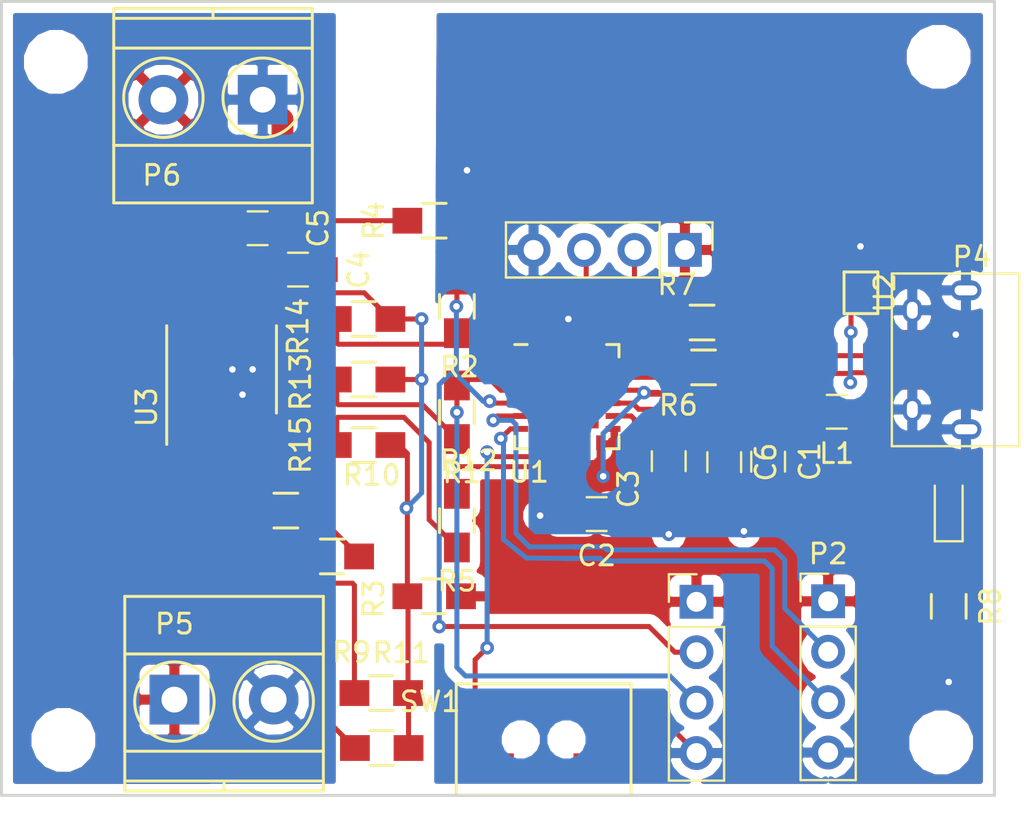
<source format=kicad_pcb>
(kicad_pcb (version 4) (host pcbnew 4.0.5)

  (general
    (links 88)
    (no_connects 0)
    (area 59.924999 94.924999 110.075001 135.075001)
    (thickness 1.6)
    (drawings 4)
    (tracks 282)
    (zones 0)
    (modules 37)
    (nets 37)
  )

  (page A4)
  (layers
    (0 F.Cu signal)
    (31 B.Cu signal hide)
    (32 B.Adhes user)
    (33 F.Adhes user)
    (34 B.Paste user)
    (35 F.Paste user)
    (36 B.SilkS user)
    (37 F.SilkS user)
    (38 B.Mask user)
    (39 F.Mask user)
    (40 Dwgs.User user)
    (41 Cmts.User user)
    (42 Eco1.User user)
    (43 Eco2.User user)
    (44 Edge.Cuts user)
    (45 Margin user)
    (46 B.CrtYd user)
    (47 F.CrtYd user)
    (48 B.Fab user)
    (49 F.Fab user)
  )

  (setup
    (last_trace_width 0.254)
    (user_trace_width 0.1524)
    (user_trace_width 1.1)
    (trace_clearance 0.254)
    (zone_clearance 0.508)
    (zone_45_only no)
    (trace_min 0.1524)
    (segment_width 0.2)
    (edge_width 0.15)
    (via_size 0.6858)
    (via_drill 0.3302)
    (via_min_size 0.6)
    (via_min_drill 0.3)
    (uvia_size 0.29972)
    (uvia_drill 0.1)
    (uvias_allowed no)
    (uvia_min_size 0.2)
    (uvia_min_drill 0.1)
    (pcb_text_width 0.3)
    (pcb_text_size 1.2 1.2)
    (mod_edge_width 0.15)
    (mod_text_size 1 1)
    (mod_text_width 0.15)
    (pad_size 1.524 1.524)
    (pad_drill 0.762)
    (pad_to_mask_clearance 0.2)
    (aux_axis_origin 59.944 135.001)
    (grid_origin 59.944 135.001)
    (visible_elements FFFFFF5F)
    (pcbplotparams
      (layerselection 0x00030_80000001)
      (usegerberextensions false)
      (excludeedgelayer true)
      (linewidth 0.100000)
      (plotframeref false)
      (viasonmask false)
      (mode 1)
      (useauxorigin false)
      (hpglpennumber 1)
      (hpglpenspeed 20)
      (hpglpendiameter 15)
      (hpglpenoverlay 2)
      (psnegative false)
      (psa4output false)
      (plotreference true)
      (plotvalue true)
      (plotinvisibletext false)
      (padsonsilk false)
      (subtractmaskfromsilk false)
      (outputformat 1)
      (mirror false)
      (drillshape 1)
      (scaleselection 1)
      (outputdirectory ""))
  )

  (net 0 "")
  (net 1 "Net-(C1-Pad1)")
  (net 2 GND)
  (net 3 "Net-(C2-Pad1)")
  (net 4 +3V3)
  (net 5 "Net-(C5-Pad1)")
  (net 6 "Net-(D1-Pad1)")
  (net 7 "Net-(L1-Pad1)")
  (net 8 /MCU/I2C0-SDA)
  (net 9 /MCU/I2C0_SCL)
  (net 10 /MCU/UART_TX)
  (net 11 "Net-(P2-Pad3)")
  (net 12 /MCU/SWD_CLK)
  (net 13 "Net-(P3-Pad3)")
  (net 14 "Net-(P4-Pad2)")
  (net 15 "Net-(P4-Pad3)")
  (net 16 "Net-(P4-Pad4)")
  (net 17 "/Current Sense Amplifier/I2C_SDA")
  (net 18 "/Current Sense Amplifier/I2C_SCL")
  (net 19 /MCU/GPIO_PB11)
  (net 20 "/Current Sense Amplifier/ALERT")
  (net 21 "Net-(R6-Pad2)")
  (net 22 "Net-(R7-Pad2)")
  (net 23 "Net-(R10-Pad1)")
  (net 24 "Net-(R11-Pad1)")
  (net 25 "Net-(SW1-Pad1)")
  (net 26 "Net-(U1-Pad1)")
  (net 27 "Net-(U1-Pad10)")
  (net 28 "Net-(U1-Pad11)")
  (net 29 "Net-(U1-Pad23)")
  (net 30 "Net-(U1-Pad24)")
  (net 31 "Net-(U2-Pad1)")
  (net 32 "Net-(U2-Pad3)")
  (net 33 "Net-(U3-Pad13)")
  (net 34 "Net-(P6-Pad2)")
  (net 35 +3.3VA)
  (net 36 GNDA)

  (net_class Default "This is the default net class."
    (clearance 0.254)
    (trace_width 0.254)
    (via_dia 0.6858)
    (via_drill 0.3302)
    (uvia_dia 0.29972)
    (uvia_drill 0.1)
    (add_net +3.3VA)
    (add_net +3V3)
    (add_net "/Current Sense Amplifier/ALERT")
    (add_net "/Current Sense Amplifier/I2C_SCL")
    (add_net "/Current Sense Amplifier/I2C_SDA")
    (add_net /MCU/GPIO_PB11)
    (add_net /MCU/I2C0-SDA)
    (add_net /MCU/I2C0_SCL)
    (add_net /MCU/SWD_CLK)
    (add_net /MCU/UART_TX)
    (add_net GND)
    (add_net GNDA)
    (add_net "Net-(C1-Pad1)")
    (add_net "Net-(C2-Pad1)")
    (add_net "Net-(C5-Pad1)")
    (add_net "Net-(D1-Pad1)")
    (add_net "Net-(L1-Pad1)")
    (add_net "Net-(P2-Pad3)")
    (add_net "Net-(P3-Pad3)")
    (add_net "Net-(P4-Pad2)")
    (add_net "Net-(P4-Pad3)")
    (add_net "Net-(P4-Pad4)")
    (add_net "Net-(P6-Pad2)")
    (add_net "Net-(R10-Pad1)")
    (add_net "Net-(R11-Pad1)")
    (add_net "Net-(R6-Pad2)")
    (add_net "Net-(R7-Pad2)")
    (add_net "Net-(SW1-Pad1)")
    (add_net "Net-(U1-Pad1)")
    (add_net "Net-(U1-Pad10)")
    (add_net "Net-(U1-Pad11)")
    (add_net "Net-(U1-Pad23)")
    (add_net "Net-(U1-Pad24)")
    (add_net "Net-(U2-Pad1)")
    (add_net "Net-(U2-Pad3)")
    (add_net "Net-(U3-Pad13)")
  )

  (module draw:HTB1 (layer F.Cu) (tedit 588F28C9) (tstamp 588F20DB)
    (at 87.2998 132.1816)
    (path /58815CE4/588F2FDA)
    (fp_text reference SW1 (at -5.715 -1.905) (layer F.SilkS)
      (effects (font (size 1 1) (thickness 0.15)))
    )
    (fp_text value SW_Push (at 0 -1.905) (layer F.Fab)
      (effects (font (size 1 1) (thickness 0.15)))
    )
    (fp_line (start -4.4 -2.8) (end 4.4 -2.8) (layer F.SilkS) (width 0.15))
    (fp_line (start 4.4 -2.8) (end 4.4 2.8) (layer F.SilkS) (width 0.15))
    (fp_line (start 4.4 2.8) (end -4.4 2.8) (layer F.SilkS) (width 0.15))
    (fp_line (start -4.4 2.8) (end -4.4 -2.8) (layer F.SilkS) (width 0.15))
    (pad 2 smd rect (at 3.45 -0.55) (size 1.5 1.5) (layers F.Cu F.Paste F.Mask)
      (net 2 GND))
    (pad "" np_thru_hole circle (at -1.15 0) (size 0.9 0.9) (drill 0.9) (layers *.Cu *.Mask))
    (pad 2 smd rect (at 2.1 1.3) (size 1.2 1.2) (layers F.Cu F.Paste F.Mask)
      (net 2 GND))
    (pad 1 smd rect (at -2.1 1.3) (size 1.2 1.2) (layers F.Cu F.Paste F.Mask)
      (net 25 "Net-(SW1-Pad1)"))
    (pad "" np_thru_hole circle (at 1.15 0) (size 0.9 0.9) (drill 0.9) (layers *.Cu *.Mask))
    (pad 1 smd rect (at -3.45 -0.55) (size 1.5 1.5) (layers F.Cu F.Paste F.Mask)
      (net 25 "Net-(SW1-Pad1)"))
  )

  (module Resistors_SMD:R_0805_HandSoldering (layer F.Cu) (tedit 589158B9) (tstamp 5884A682)
    (at 81.788 106.045 180)
    (descr "Resistor SMD 0805, hand soldering")
    (tags "resistor 0805")
    (path /588319B9)
    (attr smd)
    (fp_text reference R4 (at 3.048 0 270) (layer F.SilkS)
      (effects (font (size 1 1) (thickness 0.15)))
    )
    (fp_text value 0R (at 3.81 1.27 180) (layer F.Fab) hide
      (effects (font (size 1 1) (thickness 0.15)))
    )
    (fp_line (start -1 0.625) (end -1 -0.625) (layer F.Fab) (width 0.1))
    (fp_line (start 1 0.625) (end -1 0.625) (layer F.Fab) (width 0.1))
    (fp_line (start 1 -0.625) (end 1 0.625) (layer F.Fab) (width 0.1))
    (fp_line (start -1 -0.625) (end 1 -0.625) (layer F.Fab) (width 0.1))
    (fp_line (start -2.4 -1) (end 2.4 -1) (layer F.CrtYd) (width 0.05))
    (fp_line (start -2.4 1) (end 2.4 1) (layer F.CrtYd) (width 0.05))
    (fp_line (start -2.4 -1) (end -2.4 1) (layer F.CrtYd) (width 0.05))
    (fp_line (start 2.4 -1) (end 2.4 1) (layer F.CrtYd) (width 0.05))
    (fp_line (start 0.6 0.875) (end -0.6 0.875) (layer F.SilkS) (width 0.15))
    (fp_line (start -0.6 -0.875) (end 0.6 -0.875) (layer F.SilkS) (width 0.15))
    (pad 1 smd rect (at -1.35 0 180) (size 1.5 1.3) (layers F.Cu F.Paste F.Mask)
      (net 2 GND))
    (pad 2 smd rect (at 1.35 0 180) (size 1.5 1.3) (layers F.Cu F.Paste F.Mask)
      (net 36 GNDA))
    (model Resistors_SMD.3dshapes/R_0805_HandSoldering.wrl
      (at (xyz 0 0 0))
      (scale (xyz 1 1 1))
      (rotate (xyz 0 0 0))
    )
  )

  (module Pin_Headers:Pin_Header_Straight_1x04_Pitch2.54mm (layer F.Cu) (tedit 58915776) (tstamp 5884A641)
    (at 94.996 125.2474)
    (descr "Through hole straight pin header, 1x04, 2.54mm pitch, single row")
    (tags "Through hole pin header THT 1x04 2.54mm single row")
    (path /58815CE4/5881A461)
    (fp_text reference P1 (at -0.635 10.16) (layer F.SilkS) hide
      (effects (font (size 1 1) (thickness 0.15)))
    )
    (fp_text value "I2C Conn" (at 0 10.01) (layer F.Fab)
      (effects (font (size 1 1) (thickness 0.15)))
    )
    (fp_line (start -1.27 -1.27) (end -1.27 8.89) (layer F.Fab) (width 0.1))
    (fp_line (start -1.27 8.89) (end 1.27 8.89) (layer F.Fab) (width 0.1))
    (fp_line (start 1.27 8.89) (end 1.27 -1.27) (layer F.Fab) (width 0.1))
    (fp_line (start 1.27 -1.27) (end -1.27 -1.27) (layer F.Fab) (width 0.1))
    (fp_line (start -1.39 1.27) (end -1.39 9.01) (layer F.SilkS) (width 0.12))
    (fp_line (start -1.39 9.01) (end 1.39 9.01) (layer F.SilkS) (width 0.12))
    (fp_line (start 1.39 9.01) (end 1.39 1.27) (layer F.SilkS) (width 0.12))
    (fp_line (start 1.39 1.27) (end -1.39 1.27) (layer F.SilkS) (width 0.12))
    (fp_line (start -1.39 0) (end -1.39 -1.39) (layer F.SilkS) (width 0.12))
    (fp_line (start -1.39 -1.39) (end 0 -1.39) (layer F.SilkS) (width 0.12))
    (fp_line (start -1.6 -1.6) (end -1.6 9.2) (layer F.CrtYd) (width 0.05))
    (fp_line (start -1.6 9.2) (end 1.6 9.2) (layer F.CrtYd) (width 0.05))
    (fp_line (start 1.6 9.2) (end 1.6 -1.6) (layer F.CrtYd) (width 0.05))
    (fp_line (start 1.6 -1.6) (end -1.6 -1.6) (layer F.CrtYd) (width 0.05))
    (pad 1 thru_hole rect (at 0 0) (size 1.7 1.7) (drill 1) (layers *.Cu *.Mask)
      (net 4 +3V3))
    (pad 2 thru_hole oval (at 0 2.54) (size 1.7 1.7) (drill 1) (layers *.Cu *.Mask)
      (net 9 /MCU/I2C0_SCL))
    (pad 3 thru_hole oval (at 0 5.08) (size 1.7 1.7) (drill 1) (layers *.Cu *.Mask)
      (net 8 /MCU/I2C0-SDA))
    (pad 4 thru_hole oval (at 0 7.62) (size 1.7 1.7) (drill 1) (layers *.Cu *.Mask)
      (net 2 GND))
    (model Pin_Headers.3dshapes/Pin_Header_Straight_1x04_Pitch2.54mm.wrl
      (at (xyz 0 -0.15 0))
      (scale (xyz 1 1 1))
      (rotate (xyz 0 0 90))
    )
  )

  (module Terminal_Blocks:TerminalBlock_Pheonix_MKDS1.5-2pol (layer F.Cu) (tedit 588EFE00) (tstamp 5884A66A)
    (at 73.152 99.949 180)
    (descr "2-way 5mm pitch terminal block, Phoenix MKDS series")
    (path /5881B945/5881CF01)
    (fp_text reference P6 (at 5.08 -3.81 180) (layer F.SilkS)
      (effects (font (size 1 1) (thickness 0.15)))
    )
    (fp_text value Power_OUT (at 2.5 -6.6 180) (layer F.Fab) hide
      (effects (font (size 1 1) (thickness 0.15)))
    )
    (fp_line (start -2.7 -5.4) (end 7.7 -5.4) (layer F.CrtYd) (width 0.05))
    (fp_line (start -2.7 4.8) (end -2.7 -5.4) (layer F.CrtYd) (width 0.05))
    (fp_line (start 7.7 4.8) (end -2.7 4.8) (layer F.CrtYd) (width 0.05))
    (fp_line (start 7.7 -5.4) (end 7.7 4.8) (layer F.CrtYd) (width 0.05))
    (fp_line (start 2.5 4.1) (end 2.5 4.6) (layer F.SilkS) (width 0.15))
    (fp_circle (center 5 0.1) (end 3 0.1) (layer F.SilkS) (width 0.15))
    (fp_circle (center 0 0.1) (end 2 0.1) (layer F.SilkS) (width 0.15))
    (fp_line (start -2.5 2.6) (end 7.5 2.6) (layer F.SilkS) (width 0.15))
    (fp_line (start -2.5 -2.3) (end 7.5 -2.3) (layer F.SilkS) (width 0.15))
    (fp_line (start -2.5 4.1) (end 7.5 4.1) (layer F.SilkS) (width 0.15))
    (fp_line (start -2.5 4.6) (end 7.5 4.6) (layer F.SilkS) (width 0.15))
    (fp_line (start 7.5 4.6) (end 7.5 -5.2) (layer F.SilkS) (width 0.15))
    (fp_line (start 7.5 -5.2) (end -2.5 -5.2) (layer F.SilkS) (width 0.15))
    (fp_line (start -2.5 -5.2) (end -2.5 4.6) (layer F.SilkS) (width 0.15))
    (pad 1 thru_hole rect (at 0 0 180) (size 2.5 2.5) (drill 1.3) (layers *.Cu *.Mask)
      (net 36 GNDA))
    (pad 2 thru_hole circle (at 5 0 180) (size 2.5 2.5) (drill 1.3) (layers *.Cu *.Mask)
      (net 34 "Net-(P6-Pad2)"))
    (model Terminal_Blocks.3dshapes/TerminalBlock_Pheonix_MKDS1.5-2pol.wrl
      (at (xyz 0.0984 0 0))
      (scale (xyz 1 1 1))
      (rotate (xyz 0 0 0))
    )
  )

  (module Capacitors_SMD:C_0805_HandSoldering (layer F.Cu) (tedit 58915935) (tstamp 5884A60F)
    (at 98.6028 118.1862 270)
    (descr "Capacitor SMD 0805, hand soldering")
    (tags "capacitor 0805")
    (path /58815CE4/5881A4D2)
    (attr smd)
    (fp_text reference C1 (at 0 -2.1 270) (layer F.SilkS)
      (effects (font (size 1 1) (thickness 0.15)))
    )
    (fp_text value 4.7uF (at -0.508 2.286 270) (layer F.Fab) hide
      (effects (font (size 1 1) (thickness 0.15)))
    )
    (fp_line (start -1 0.625) (end -1 -0.625) (layer F.Fab) (width 0.1))
    (fp_line (start 1 0.625) (end -1 0.625) (layer F.Fab) (width 0.1))
    (fp_line (start 1 -0.625) (end 1 0.625) (layer F.Fab) (width 0.1))
    (fp_line (start -1 -0.625) (end 1 -0.625) (layer F.Fab) (width 0.1))
    (fp_line (start -2.3 -1) (end 2.3 -1) (layer F.CrtYd) (width 0.05))
    (fp_line (start -2.3 1) (end 2.3 1) (layer F.CrtYd) (width 0.05))
    (fp_line (start -2.3 -1) (end -2.3 1) (layer F.CrtYd) (width 0.05))
    (fp_line (start 2.3 -1) (end 2.3 1) (layer F.CrtYd) (width 0.05))
    (fp_line (start 0.5 -0.85) (end -0.5 -0.85) (layer F.SilkS) (width 0.12))
    (fp_line (start -0.5 0.85) (end 0.5 0.85) (layer F.SilkS) (width 0.12))
    (pad 1 smd rect (at -1.25 0 270) (size 1.5 1.25) (layers F.Cu F.Paste F.Mask)
      (net 1 "Net-(C1-Pad1)"))
    (pad 2 smd rect (at 1.25 0 270) (size 1.5 1.25) (layers F.Cu F.Paste F.Mask)
      (net 2 GND))
    (model Capacitors_SMD.3dshapes/C_0805_HandSoldering.wrl
      (at (xyz 0 0 0))
      (scale (xyz 1 1 1))
      (rotate (xyz 0 0 0))
    )
  )

  (module Capacitors_SMD:C_0805_HandSoldering (layer F.Cu) (tedit 58915E29) (tstamp 5884A615)
    (at 89.9668 120.8278 180)
    (descr "Capacitor SMD 0805, hand soldering")
    (tags "capacitor 0805")
    (path /58815CE4/5881A48A)
    (attr smd)
    (fp_text reference C2 (at 0 -2.1 180) (layer F.SilkS)
      (effects (font (size 1 1) (thickness 0.15)))
    )
    (fp_text value 1uF (at -0.127 0 180) (layer F.Fab)
      (effects (font (size 1 1) (thickness 0.15)))
    )
    (fp_line (start -1 0.625) (end -1 -0.625) (layer F.Fab) (width 0.1))
    (fp_line (start 1 0.625) (end -1 0.625) (layer F.Fab) (width 0.1))
    (fp_line (start 1 -0.625) (end 1 0.625) (layer F.Fab) (width 0.1))
    (fp_line (start -1 -0.625) (end 1 -0.625) (layer F.Fab) (width 0.1))
    (fp_line (start -2.3 -1) (end 2.3 -1) (layer F.CrtYd) (width 0.05))
    (fp_line (start -2.3 1) (end 2.3 1) (layer F.CrtYd) (width 0.05))
    (fp_line (start -2.3 -1) (end -2.3 1) (layer F.CrtYd) (width 0.05))
    (fp_line (start 2.3 -1) (end 2.3 1) (layer F.CrtYd) (width 0.05))
    (fp_line (start 0.5 -0.85) (end -0.5 -0.85) (layer F.SilkS) (width 0.12))
    (fp_line (start -0.5 0.85) (end 0.5 0.85) (layer F.SilkS) (width 0.12))
    (pad 1 smd rect (at -1.25 0 180) (size 1.5 1.25) (layers F.Cu F.Paste F.Mask)
      (net 3 "Net-(C2-Pad1)"))
    (pad 2 smd rect (at 1.25 0 180) (size 1.5 1.25) (layers F.Cu F.Paste F.Mask)
      (net 2 GND))
    (model Capacitors_SMD.3dshapes/C_0805_HandSoldering.wrl
      (at (xyz 0 0 0))
      (scale (xyz 1 1 1))
      (rotate (xyz 0 0 0))
    )
  )

  (module Capacitors_SMD:C_0805_HandSoldering (layer F.Cu) (tedit 589160E2) (tstamp 5884A61B)
    (at 93.599 118.1608 270)
    (descr "Capacitor SMD 0805, hand soldering")
    (tags "capacitor 0805")
    (path /58815CE4/5881A483)
    (attr smd)
    (fp_text reference C3 (at 1.397 2.032 270) (layer F.SilkS)
      (effects (font (size 1 1) (thickness 0.15)))
    )
    (fp_text value 1uF (at -0.127 0 270) (layer F.Fab)
      (effects (font (size 1 1) (thickness 0.15)))
    )
    (fp_line (start -1 0.625) (end -1 -0.625) (layer F.Fab) (width 0.1))
    (fp_line (start 1 0.625) (end -1 0.625) (layer F.Fab) (width 0.1))
    (fp_line (start 1 -0.625) (end 1 0.625) (layer F.Fab) (width 0.1))
    (fp_line (start -1 -0.625) (end 1 -0.625) (layer F.Fab) (width 0.1))
    (fp_line (start -2.3 -1) (end 2.3 -1) (layer F.CrtYd) (width 0.05))
    (fp_line (start -2.3 1) (end 2.3 1) (layer F.CrtYd) (width 0.05))
    (fp_line (start -2.3 -1) (end -2.3 1) (layer F.CrtYd) (width 0.05))
    (fp_line (start 2.3 -1) (end 2.3 1) (layer F.CrtYd) (width 0.05))
    (fp_line (start 0.5 -0.85) (end -0.5 -0.85) (layer F.SilkS) (width 0.12))
    (fp_line (start -0.5 0.85) (end 0.5 0.85) (layer F.SilkS) (width 0.12))
    (pad 1 smd rect (at -1.25 0 270) (size 1.5 1.25) (layers F.Cu F.Paste F.Mask)
      (net 4 +3V3))
    (pad 2 smd rect (at 1.25 0 270) (size 1.5 1.25) (layers F.Cu F.Paste F.Mask)
      (net 2 GND))
    (model Capacitors_SMD.3dshapes/C_0805_HandSoldering.wrl
      (at (xyz 0 0 0))
      (scale (xyz 1 1 1))
      (rotate (xyz 0 0 0))
    )
  )

  (module Capacitors_SMD:C_0805_HandSoldering (layer F.Cu) (tedit 58915877) (tstamp 5884A621)
    (at 74.93 108.5088)
    (descr "Capacitor SMD 0805, hand soldering")
    (tags "capacitor 0805")
    (path /5881B945/58842FC4)
    (attr smd)
    (fp_text reference C4 (at 3.048 0 90) (layer F.SilkS)
      (effects (font (size 1 1) (thickness 0.15)))
    )
    (fp_text value 0.1uF (at 0 0) (layer F.Fab)
      (effects (font (size 1 1) (thickness 0.15)))
    )
    (fp_line (start -1 0.625) (end -1 -0.625) (layer F.Fab) (width 0.1))
    (fp_line (start 1 0.625) (end -1 0.625) (layer F.Fab) (width 0.1))
    (fp_line (start 1 -0.625) (end 1 0.625) (layer F.Fab) (width 0.1))
    (fp_line (start -1 -0.625) (end 1 -0.625) (layer F.Fab) (width 0.1))
    (fp_line (start -2.3 -1) (end 2.3 -1) (layer F.CrtYd) (width 0.05))
    (fp_line (start -2.3 1) (end 2.3 1) (layer F.CrtYd) (width 0.05))
    (fp_line (start -2.3 -1) (end -2.3 1) (layer F.CrtYd) (width 0.05))
    (fp_line (start 2.3 -1) (end 2.3 1) (layer F.CrtYd) (width 0.05))
    (fp_line (start 0.5 -0.85) (end -0.5 -0.85) (layer F.SilkS) (width 0.12))
    (fp_line (start -0.5 0.85) (end 0.5 0.85) (layer F.SilkS) (width 0.12))
    (pad 1 smd rect (at -1.25 0) (size 1.5 1.25) (layers F.Cu F.Paste F.Mask)
      (net 35 +3.3VA))
    (pad 2 smd rect (at 1.25 0) (size 1.5 1.25) (layers F.Cu F.Paste F.Mask)
      (net 36 GNDA))
    (model Capacitors_SMD.3dshapes/C_0805_HandSoldering.wrl
      (at (xyz 0 0 0))
      (scale (xyz 1 1 1))
      (rotate (xyz 0 0 0))
    )
  )

  (module Capacitors_SMD:C_0805_HandSoldering (layer F.Cu) (tedit 5891587A) (tstamp 5884A627)
    (at 72.898 106.426)
    (descr "Capacitor SMD 0805, hand soldering")
    (tags "capacitor 0805")
    (path /5881B945/58847B1B)
    (attr smd)
    (fp_text reference C5 (at 3.048 0 90) (layer F.SilkS)
      (effects (font (size 1 1) (thickness 0.15)))
    )
    (fp_text value 1uF (at 0 0) (layer F.Fab)
      (effects (font (size 1 1) (thickness 0.15)))
    )
    (fp_line (start -1 0.625) (end -1 -0.625) (layer F.Fab) (width 0.1))
    (fp_line (start 1 0.625) (end -1 0.625) (layer F.Fab) (width 0.1))
    (fp_line (start 1 -0.625) (end 1 0.625) (layer F.Fab) (width 0.1))
    (fp_line (start -1 -0.625) (end 1 -0.625) (layer F.Fab) (width 0.1))
    (fp_line (start -2.3 -1) (end 2.3 -1) (layer F.CrtYd) (width 0.05))
    (fp_line (start -2.3 1) (end 2.3 1) (layer F.CrtYd) (width 0.05))
    (fp_line (start -2.3 -1) (end -2.3 1) (layer F.CrtYd) (width 0.05))
    (fp_line (start 2.3 -1) (end 2.3 1) (layer F.CrtYd) (width 0.05))
    (fp_line (start 0.5 -0.85) (end -0.5 -0.85) (layer F.SilkS) (width 0.12))
    (fp_line (start -0.5 0.85) (end 0.5 0.85) (layer F.SilkS) (width 0.12))
    (pad 1 smd rect (at -1.25 0) (size 1.5 1.25) (layers F.Cu F.Paste F.Mask)
      (net 5 "Net-(C5-Pad1)"))
    (pad 2 smd rect (at 1.25 0) (size 1.5 1.25) (layers F.Cu F.Paste F.Mask)
      (net 36 GNDA))
    (model Capacitors_SMD.3dshapes/C_0805_HandSoldering.wrl
      (at (xyz 0 0 0))
      (scale (xyz 1 1 1))
      (rotate (xyz 0 0 0))
    )
  )

  (module Capacitors_SMD:C_0805_HandSoldering (layer F.Cu) (tedit 5891593D) (tstamp 5884A62D)
    (at 96.393 118.2116 270)
    (descr "Capacitor SMD 0805, hand soldering")
    (tags "capacitor 0805")
    (path /58815CE4/58848677)
    (attr smd)
    (fp_text reference C6 (at 0 -2.1 270) (layer F.SilkS)
      (effects (font (size 1 1) (thickness 0.15)))
    )
    (fp_text value 1nF (at 0 2.1 270) (layer F.Fab) hide
      (effects (font (size 1 1) (thickness 0.15)))
    )
    (fp_line (start -1 0.625) (end -1 -0.625) (layer F.Fab) (width 0.1))
    (fp_line (start 1 0.625) (end -1 0.625) (layer F.Fab) (width 0.1))
    (fp_line (start 1 -0.625) (end 1 0.625) (layer F.Fab) (width 0.1))
    (fp_line (start -1 -0.625) (end 1 -0.625) (layer F.Fab) (width 0.1))
    (fp_line (start -2.3 -1) (end 2.3 -1) (layer F.CrtYd) (width 0.05))
    (fp_line (start -2.3 1) (end 2.3 1) (layer F.CrtYd) (width 0.05))
    (fp_line (start -2.3 -1) (end -2.3 1) (layer F.CrtYd) (width 0.05))
    (fp_line (start 2.3 -1) (end 2.3 1) (layer F.CrtYd) (width 0.05))
    (fp_line (start 0.5 -0.85) (end -0.5 -0.85) (layer F.SilkS) (width 0.12))
    (fp_line (start -0.5 0.85) (end 0.5 0.85) (layer F.SilkS) (width 0.12))
    (pad 1 smd rect (at -1.25 0 270) (size 1.5 1.25) (layers F.Cu F.Paste F.Mask)
      (net 1 "Net-(C1-Pad1)"))
    (pad 2 smd rect (at 1.25 0 270) (size 1.5 1.25) (layers F.Cu F.Paste F.Mask)
      (net 2 GND))
    (model Capacitors_SMD.3dshapes/C_0805_HandSoldering.wrl
      (at (xyz 0 0 0))
      (scale (xyz 1 1 1))
      (rotate (xyz 0 0 0))
    )
  )

  (module LEDs:LED_0805 (layer F.Cu) (tedit 588F0973) (tstamp 5884A633)
    (at 107.696 120.396 90)
    (descr "LED 0805 smd package")
    (tags "LED led 0805 SMD smd SMT smt smdled SMDLED smtled SMTLED")
    (path /58815CE4/5881A4B7)
    (attr smd)
    (fp_text reference D1 (at 0 -1.45 90) (layer F.SilkS) hide
      (effects (font (size 1 1) (thickness 0.15)))
    )
    (fp_text value LED (at 0 1.55 90) (layer F.Fab) hide
      (effects (font (size 1 1) (thickness 0.15)))
    )
    (fp_line (start -1.8 -0.7) (end -1.8 0.7) (layer F.SilkS) (width 0.12))
    (fp_line (start -0.4 -0.4) (end -0.4 0.4) (layer F.Fab) (width 0.1))
    (fp_line (start -0.4 0) (end 0.2 -0.4) (layer F.Fab) (width 0.1))
    (fp_line (start 0.2 0.4) (end -0.4 0) (layer F.Fab) (width 0.1))
    (fp_line (start 0.2 -0.4) (end 0.2 0.4) (layer F.Fab) (width 0.1))
    (fp_line (start 1 0.6) (end -1 0.6) (layer F.Fab) (width 0.1))
    (fp_line (start 1 -0.6) (end 1 0.6) (layer F.Fab) (width 0.1))
    (fp_line (start -1 -0.6) (end 1 -0.6) (layer F.Fab) (width 0.1))
    (fp_line (start -1 0.6) (end -1 -0.6) (layer F.Fab) (width 0.1))
    (fp_line (start -1.8 0.7) (end 1 0.7) (layer F.SilkS) (width 0.12))
    (fp_line (start -1.8 -0.7) (end 1 -0.7) (layer F.SilkS) (width 0.12))
    (fp_line (start 1.95 -0.85) (end 1.95 0.85) (layer F.CrtYd) (width 0.05))
    (fp_line (start 1.95 0.85) (end -1.95 0.85) (layer F.CrtYd) (width 0.05))
    (fp_line (start -1.95 0.85) (end -1.95 -0.85) (layer F.CrtYd) (width 0.05))
    (fp_line (start -1.95 -0.85) (end 1.95 -0.85) (layer F.CrtYd) (width 0.05))
    (pad 2 smd rect (at 1.1 0 270) (size 1.2 1.2) (layers F.Cu F.Paste F.Mask)
      (net 4 +3V3))
    (pad 1 smd rect (at -1.1 0 270) (size 1.2 1.2) (layers F.Cu F.Paste F.Mask)
      (net 6 "Net-(D1-Pad1)"))
    (model LEDs.3dshapes/LED_0805.wrl
      (at (xyz 0 0 0))
      (scale (xyz 1 1 1))
      (rotate (xyz 0 0 180))
    )
  )

  (module Capacitors_SMD:C_0805_HandSoldering (layer F.Cu) (tedit 541A9B8D) (tstamp 5884A639)
    (at 102.0572 115.6716 180)
    (descr "Capacitor SMD 0805, hand soldering")
    (tags "capacitor 0805")
    (path /58815CE4/58834258)
    (attr smd)
    (fp_text reference L1 (at 0 -2.1 180) (layer F.SilkS)
      (effects (font (size 1 1) (thickness 0.15)))
    )
    (fp_text value 100R (at 0 2.1 180) (layer F.Fab)
      (effects (font (size 1 1) (thickness 0.15)))
    )
    (fp_line (start -1 0.625) (end -1 -0.625) (layer F.Fab) (width 0.1))
    (fp_line (start 1 0.625) (end -1 0.625) (layer F.Fab) (width 0.1))
    (fp_line (start 1 -0.625) (end 1 0.625) (layer F.Fab) (width 0.1))
    (fp_line (start -1 -0.625) (end 1 -0.625) (layer F.Fab) (width 0.1))
    (fp_line (start -2.3 -1) (end 2.3 -1) (layer F.CrtYd) (width 0.05))
    (fp_line (start -2.3 1) (end 2.3 1) (layer F.CrtYd) (width 0.05))
    (fp_line (start -2.3 -1) (end -2.3 1) (layer F.CrtYd) (width 0.05))
    (fp_line (start 2.3 -1) (end 2.3 1) (layer F.CrtYd) (width 0.05))
    (fp_line (start 0.5 -0.85) (end -0.5 -0.85) (layer F.SilkS) (width 0.12))
    (fp_line (start -0.5 0.85) (end 0.5 0.85) (layer F.SilkS) (width 0.12))
    (pad 1 smd rect (at -1.25 0 180) (size 1.5 1.25) (layers F.Cu F.Paste F.Mask)
      (net 7 "Net-(L1-Pad1)"))
    (pad 2 smd rect (at 1.25 0 180) (size 1.5 1.25) (layers F.Cu F.Paste F.Mask)
      (net 1 "Net-(C1-Pad1)"))
    (model Capacitors_SMD.3dshapes/C_0805_HandSoldering.wrl
      (at (xyz 0 0 0))
      (scale (xyz 1 1 1))
      (rotate (xyz 0 0 0))
    )
  )

  (module Pin_Headers:Pin_Header_Straight_1x04_Pitch2.54mm (layer F.Cu) (tedit 58915947) (tstamp 5884A649)
    (at 101.6254 125.222)
    (descr "Through hole straight pin header, 1x04, 2.54mm pitch, single row")
    (tags "Through hole pin header THT 1x04 2.54mm single row")
    (path /58815CE4/5881A453)
    (fp_text reference P2 (at 0 -2.39) (layer F.SilkS)
      (effects (font (size 1 1) (thickness 0.15)))
    )
    (fp_text value "UART Conn" (at 0 10.01) (layer F.Fab)
      (effects (font (size 1 1) (thickness 0.15)))
    )
    (fp_line (start -1.27 -1.27) (end -1.27 8.89) (layer F.Fab) (width 0.1))
    (fp_line (start -1.27 8.89) (end 1.27 8.89) (layer F.Fab) (width 0.1))
    (fp_line (start 1.27 8.89) (end 1.27 -1.27) (layer F.Fab) (width 0.1))
    (fp_line (start 1.27 -1.27) (end -1.27 -1.27) (layer F.Fab) (width 0.1))
    (fp_line (start -1.39 1.27) (end -1.39 9.01) (layer F.SilkS) (width 0.12))
    (fp_line (start -1.39 9.01) (end 1.39 9.01) (layer F.SilkS) (width 0.12))
    (fp_line (start 1.39 9.01) (end 1.39 1.27) (layer F.SilkS) (width 0.12))
    (fp_line (start 1.39 1.27) (end -1.39 1.27) (layer F.SilkS) (width 0.12))
    (fp_line (start -1.39 0) (end -1.39 -1.39) (layer F.SilkS) (width 0.12))
    (fp_line (start -1.39 -1.39) (end 0 -1.39) (layer F.SilkS) (width 0.12))
    (fp_line (start -1.6 -1.6) (end -1.6 9.2) (layer F.CrtYd) (width 0.05))
    (fp_line (start -1.6 9.2) (end 1.6 9.2) (layer F.CrtYd) (width 0.05))
    (fp_line (start 1.6 9.2) (end 1.6 -1.6) (layer F.CrtYd) (width 0.05))
    (fp_line (start 1.6 -1.6) (end -1.6 -1.6) (layer F.CrtYd) (width 0.05))
    (pad 1 thru_hole rect (at 0 0) (size 1.7 1.7) (drill 1) (layers *.Cu *.Mask)
      (net 4 +3V3))
    (pad 2 thru_hole oval (at 0 2.54) (size 1.7 1.7) (drill 1) (layers *.Cu *.Mask)
      (net 10 /MCU/UART_TX))
    (pad 3 thru_hole oval (at 0 5.08) (size 1.7 1.7) (drill 1) (layers *.Cu *.Mask)
      (net 11 "Net-(P2-Pad3)"))
    (pad 4 thru_hole oval (at 0 7.62) (size 1.7 1.7) (drill 1) (layers *.Cu *.Mask)
      (net 2 GND))
    (model Pin_Headers.3dshapes/Pin_Header_Straight_1x04_Pitch2.54mm.wrl
      (at (xyz 0 -0.15 0))
      (scale (xyz 1 1 1))
      (rotate (xyz 0 0 90))
    )
  )

  (module Pin_Headers:Pin_Header_Straight_1x04_Pitch2.54mm (layer F.Cu) (tedit 5891610C) (tstamp 5884A651)
    (at 94.4118 107.5182 270)
    (descr "Through hole straight pin header, 1x04, 2.54mm pitch, single row")
    (tags "Through hole pin header THT 1x04 2.54mm single row")
    (path /58815CE4/5881A45A)
    (fp_text reference P3 (at 0 -2.39 270) (layer F.SilkS) hide
      (effects (font (size 1 1) (thickness 0.15)))
    )
    (fp_text value "Debug Conn" (at -0.127 -2.413 450) (layer F.Fab)
      (effects (font (size 1 1) (thickness 0.15)))
    )
    (fp_line (start -1.27 -1.27) (end -1.27 8.89) (layer F.Fab) (width 0.1))
    (fp_line (start -1.27 8.89) (end 1.27 8.89) (layer F.Fab) (width 0.1))
    (fp_line (start 1.27 8.89) (end 1.27 -1.27) (layer F.Fab) (width 0.1))
    (fp_line (start 1.27 -1.27) (end -1.27 -1.27) (layer F.Fab) (width 0.1))
    (fp_line (start -1.39 1.27) (end -1.39 9.01) (layer F.SilkS) (width 0.12))
    (fp_line (start -1.39 9.01) (end 1.39 9.01) (layer F.SilkS) (width 0.12))
    (fp_line (start 1.39 9.01) (end 1.39 1.27) (layer F.SilkS) (width 0.12))
    (fp_line (start 1.39 1.27) (end -1.39 1.27) (layer F.SilkS) (width 0.12))
    (fp_line (start -1.39 0) (end -1.39 -1.39) (layer F.SilkS) (width 0.12))
    (fp_line (start -1.39 -1.39) (end 0 -1.39) (layer F.SilkS) (width 0.12))
    (fp_line (start -1.6 -1.6) (end -1.6 9.2) (layer F.CrtYd) (width 0.05))
    (fp_line (start -1.6 9.2) (end 1.6 9.2) (layer F.CrtYd) (width 0.05))
    (fp_line (start 1.6 9.2) (end 1.6 -1.6) (layer F.CrtYd) (width 0.05))
    (fp_line (start 1.6 -1.6) (end -1.6 -1.6) (layer F.CrtYd) (width 0.05))
    (pad 1 thru_hole rect (at 0 0 270) (size 1.7 1.7) (drill 1) (layers *.Cu *.Mask)
      (net 4 +3V3))
    (pad 2 thru_hole oval (at 0 2.54 270) (size 1.7 1.7) (drill 1) (layers *.Cu *.Mask)
      (net 12 /MCU/SWD_CLK))
    (pad 3 thru_hole oval (at 0 5.08 270) (size 1.7 1.7) (drill 1) (layers *.Cu *.Mask)
      (net 13 "Net-(P3-Pad3)"))
    (pad 4 thru_hole oval (at 0 7.62 270) (size 1.7 1.7) (drill 1) (layers *.Cu *.Mask)
      (net 2 GND))
    (model Pin_Headers.3dshapes/Pin_Header_Straight_1x04_Pitch2.54mm.wrl
      (at (xyz 0 -0.15 0))
      (scale (xyz 1 1 1))
      (rotate (xyz 0 0 90))
    )
  )

  (module Connect:USB_Micro-B (layer F.Cu) (tedit 5892A044) (tstamp 5884A65E)
    (at 107.2134 113.0554 90)
    (descr "Micro USB Type B Receptacle")
    (tags "USB USB_B USB_micro USB_OTG")
    (path /58815CE4/5881A446)
    (attr smd)
    (fp_text reference P4 (at 5.1816 1.651 180) (layer F.SilkS)
      (effects (font (size 1 1) (thickness 0.15)))
    )
    (fp_text value USB_OTG (at 0 5.01 90) (layer F.Fab) hide
      (effects (font (size 1 1) (thickness 0.15)))
    )
    (fp_line (start -4.6 -2.59) (end 4.6 -2.59) (layer F.CrtYd) (width 0.05))
    (fp_line (start 4.6 -2.59) (end 4.6 4.26) (layer F.CrtYd) (width 0.05))
    (fp_line (start 4.6 4.26) (end -4.6 4.26) (layer F.CrtYd) (width 0.05))
    (fp_line (start -4.6 4.26) (end -4.6 -2.59) (layer F.CrtYd) (width 0.05))
    (fp_line (start -4.35 4.03) (end 4.35 4.03) (layer F.SilkS) (width 0.12))
    (fp_line (start -4.35 -2.38) (end 4.35 -2.38) (layer F.SilkS) (width 0.12))
    (fp_line (start 4.35 -2.38) (end 4.35 4.03) (layer F.SilkS) (width 0.12))
    (fp_line (start 4.35 2.8) (end -4.35 2.8) (layer F.SilkS) (width 0.12))
    (fp_line (start -4.35 4.03) (end -4.35 -2.38) (layer F.SilkS) (width 0.12))
    (pad 1 smd rect (at -1.3 -1.35 180) (size 1.35 0.4) (layers F.Cu F.Paste F.Mask)
      (net 7 "Net-(L1-Pad1)"))
    (pad 2 smd rect (at -0.65 -1.35 180) (size 1.35 0.4) (layers F.Cu F.Paste F.Mask)
      (net 14 "Net-(P4-Pad2)"))
    (pad 3 smd rect (at 0 -1.35 180) (size 1.35 0.4) (layers F.Cu F.Paste F.Mask)
      (net 15 "Net-(P4-Pad3)"))
    (pad 4 smd rect (at 0.65 -1.35 180) (size 1.35 0.4) (layers F.Cu F.Paste F.Mask)
      (net 16 "Net-(P4-Pad4)"))
    (pad 5 smd rect (at 1.3 -1.35 180) (size 1.35 0.4) (layers F.Cu F.Paste F.Mask)
      (net 2 GND))
    (pad 6 thru_hole oval (at -2.5 -1.35 180) (size 0.95 1.25) (drill oval 0.55 0.85) (layers *.Cu *.Mask)
      (net 2 GND))
    (pad 6 thru_hole oval (at 2.5 -1.35 180) (size 0.95 1.25) (drill oval 0.55 0.85) (layers *.Cu *.Mask)
      (net 2 GND))
    (pad 6 thru_hole oval (at -3.5 1.35 180) (size 1.55 1) (drill oval 1.15 0.5) (layers *.Cu *.Mask)
      (net 2 GND))
    (pad 6 thru_hole oval (at 3.5 1.35 180) (size 1.55 1) (drill oval 1.15 0.5) (layers *.Cu *.Mask)
      (net 2 GND))
  )

  (module Terminal_Blocks:TerminalBlock_Pheonix_MKDS1.5-2pol (layer F.Cu) (tedit 588EFE04) (tstamp 5884A664)
    (at 68.707 130.175)
    (descr "2-way 5mm pitch terminal block, Phoenix MKDS series")
    (path /5881B945/5881CF96)
    (fp_text reference P5 (at 0 -3.81) (layer F.SilkS)
      (effects (font (size 1 1) (thickness 0.15)))
    )
    (fp_text value Power_IN (at 2.5 -6.6) (layer F.Fab) hide
      (effects (font (size 1 1) (thickness 0.15)))
    )
    (fp_line (start -2.7 -5.4) (end 7.7 -5.4) (layer F.CrtYd) (width 0.05))
    (fp_line (start -2.7 4.8) (end -2.7 -5.4) (layer F.CrtYd) (width 0.05))
    (fp_line (start 7.7 4.8) (end -2.7 4.8) (layer F.CrtYd) (width 0.05))
    (fp_line (start 7.7 -5.4) (end 7.7 4.8) (layer F.CrtYd) (width 0.05))
    (fp_line (start 2.5 4.1) (end 2.5 4.6) (layer F.SilkS) (width 0.15))
    (fp_circle (center 5 0.1) (end 3 0.1) (layer F.SilkS) (width 0.15))
    (fp_circle (center 0 0.1) (end 2 0.1) (layer F.SilkS) (width 0.15))
    (fp_line (start -2.5 2.6) (end 7.5 2.6) (layer F.SilkS) (width 0.15))
    (fp_line (start -2.5 -2.3) (end 7.5 -2.3) (layer F.SilkS) (width 0.15))
    (fp_line (start -2.5 4.1) (end 7.5 4.1) (layer F.SilkS) (width 0.15))
    (fp_line (start -2.5 4.6) (end 7.5 4.6) (layer F.SilkS) (width 0.15))
    (fp_line (start 7.5 4.6) (end 7.5 -5.2) (layer F.SilkS) (width 0.15))
    (fp_line (start 7.5 -5.2) (end -2.5 -5.2) (layer F.SilkS) (width 0.15))
    (fp_line (start -2.5 -5.2) (end -2.5 4.6) (layer F.SilkS) (width 0.15))
    (pad 1 thru_hole rect (at 0 0) (size 2.5 2.5) (drill 1.3) (layers *.Cu *.Mask)
      (net 5 "Net-(C5-Pad1)"))
    (pad 2 thru_hole circle (at 5 0) (size 2.5 2.5) (drill 1.3) (layers *.Cu *.Mask)
      (net 36 GNDA))
    (model Terminal_Blocks.3dshapes/TerminalBlock_Pheonix_MKDS1.5-2pol.wrl
      (at (xyz 0.0984 0 0))
      (scale (xyz 1 1 1))
      (rotate (xyz 0 0 0))
    )
  )

  (module Resistors_SMD:R_0805_HandSoldering (layer F.Cu) (tedit 589158AC) (tstamp 5884A670)
    (at 82.931 115.697 270)
    (descr "Resistor SMD 0805, hand soldering")
    (tags "resistor 0805")
    (path /588316A9)
    (attr smd)
    (fp_text reference R1 (at 3.048 -0.254 360) (layer F.SilkS)
      (effects (font (size 1 1) (thickness 0.15)))
    )
    (fp_text value 0R (at -3.81 -1.27 270) (layer F.Fab) hide
      (effects (font (size 1 1) (thickness 0.15)))
    )
    (fp_line (start -1 0.625) (end -1 -0.625) (layer F.Fab) (width 0.1))
    (fp_line (start 1 0.625) (end -1 0.625) (layer F.Fab) (width 0.1))
    (fp_line (start 1 -0.625) (end 1 0.625) (layer F.Fab) (width 0.1))
    (fp_line (start -1 -0.625) (end 1 -0.625) (layer F.Fab) (width 0.1))
    (fp_line (start -2.4 -1) (end 2.4 -1) (layer F.CrtYd) (width 0.05))
    (fp_line (start -2.4 1) (end 2.4 1) (layer F.CrtYd) (width 0.05))
    (fp_line (start -2.4 -1) (end -2.4 1) (layer F.CrtYd) (width 0.05))
    (fp_line (start 2.4 -1) (end 2.4 1) (layer F.CrtYd) (width 0.05))
    (fp_line (start 0.6 0.875) (end -0.6 0.875) (layer F.SilkS) (width 0.15))
    (fp_line (start -0.6 -0.875) (end 0.6 -0.875) (layer F.SilkS) (width 0.15))
    (pad 1 smd rect (at -1.35 0 270) (size 1.5 1.3) (layers F.Cu F.Paste F.Mask)
      (net 8 /MCU/I2C0-SDA))
    (pad 2 smd rect (at 1.35 0 270) (size 1.5 1.3) (layers F.Cu F.Paste F.Mask)
      (net 17 "/Current Sense Amplifier/I2C_SDA"))
    (model Resistors_SMD.3dshapes/R_0805_HandSoldering.wrl
      (at (xyz 0 0 0))
      (scale (xyz 1 1 1))
      (rotate (xyz 0 0 0))
    )
  )

  (module Resistors_SMD:R_0805_HandSoldering (layer F.Cu) (tedit 5891588B) (tstamp 5884A676)
    (at 82.931 110.363 270)
    (descr "Resistor SMD 0805, hand soldering")
    (tags "resistor 0805")
    (path /58831855)
    (attr smd)
    (fp_text reference R2 (at 3.048 -0.127 360) (layer F.SilkS)
      (effects (font (size 1 1) (thickness 0.15)))
    )
    (fp_text value 0R (at 3.81 -0.635 270) (layer F.Fab) hide
      (effects (font (size 1 1) (thickness 0.15)))
    )
    (fp_line (start -1 0.625) (end -1 -0.625) (layer F.Fab) (width 0.1))
    (fp_line (start 1 0.625) (end -1 0.625) (layer F.Fab) (width 0.1))
    (fp_line (start 1 -0.625) (end 1 0.625) (layer F.Fab) (width 0.1))
    (fp_line (start -1 -0.625) (end 1 -0.625) (layer F.Fab) (width 0.1))
    (fp_line (start -2.4 -1) (end 2.4 -1) (layer F.CrtYd) (width 0.05))
    (fp_line (start -2.4 1) (end 2.4 1) (layer F.CrtYd) (width 0.05))
    (fp_line (start -2.4 -1) (end -2.4 1) (layer F.CrtYd) (width 0.05))
    (fp_line (start 2.4 -1) (end 2.4 1) (layer F.CrtYd) (width 0.05))
    (fp_line (start 0.6 0.875) (end -0.6 0.875) (layer F.SilkS) (width 0.15))
    (fp_line (start -0.6 -0.875) (end 0.6 -0.875) (layer F.SilkS) (width 0.15))
    (pad 1 smd rect (at -1.35 0 270) (size 1.5 1.3) (layers F.Cu F.Paste F.Mask)
      (net 9 /MCU/I2C0_SCL))
    (pad 2 smd rect (at 1.35 0 270) (size 1.5 1.3) (layers F.Cu F.Paste F.Mask)
      (net 18 "/Current Sense Amplifier/I2C_SCL"))
    (model Resistors_SMD.3dshapes/R_0805_HandSoldering.wrl
      (at (xyz 0 0 0))
      (scale (xyz 1 1 1))
      (rotate (xyz 0 0 0))
    )
  )

  (module Resistors_SMD:R_0805_HandSoldering (layer F.Cu) (tedit 58915885) (tstamp 5884A67C)
    (at 81.788 124.968 180)
    (descr "Resistor SMD 0805, hand soldering")
    (tags "resistor 0805")
    (path /58831931)
    (attr smd)
    (fp_text reference R3 (at 3.048 -0.127 270) (layer F.SilkS)
      (effects (font (size 1 1) (thickness 0.15)))
    )
    (fp_text value 0R (at 0 -1.905 180) (layer F.Fab) hide
      (effects (font (size 1 1) (thickness 0.15)))
    )
    (fp_line (start -1 0.625) (end -1 -0.625) (layer F.Fab) (width 0.1))
    (fp_line (start 1 0.625) (end -1 0.625) (layer F.Fab) (width 0.1))
    (fp_line (start 1 -0.625) (end 1 0.625) (layer F.Fab) (width 0.1))
    (fp_line (start -1 -0.625) (end 1 -0.625) (layer F.Fab) (width 0.1))
    (fp_line (start -2.4 -1) (end 2.4 -1) (layer F.CrtYd) (width 0.05))
    (fp_line (start -2.4 1) (end 2.4 1) (layer F.CrtYd) (width 0.05))
    (fp_line (start -2.4 -1) (end -2.4 1) (layer F.CrtYd) (width 0.05))
    (fp_line (start 2.4 -1) (end 2.4 1) (layer F.CrtYd) (width 0.05))
    (fp_line (start 0.6 0.875) (end -0.6 0.875) (layer F.SilkS) (width 0.15))
    (fp_line (start -0.6 -0.875) (end 0.6 -0.875) (layer F.SilkS) (width 0.15))
    (pad 1 smd rect (at -1.35 0 180) (size 1.5 1.3) (layers F.Cu F.Paste F.Mask)
      (net 4 +3V3))
    (pad 2 smd rect (at 1.35 0 180) (size 1.5 1.3) (layers F.Cu F.Paste F.Mask)
      (net 35 +3.3VA))
    (model Resistors_SMD.3dshapes/R_0805_HandSoldering.wrl
      (at (xyz 0 0 0))
      (scale (xyz 1 1 1))
      (rotate (xyz 0 0 0))
    )
  )

  (module Resistors_SMD:R_0805_HandSoldering (layer F.Cu) (tedit 589158B2) (tstamp 5884A688)
    (at 82.931 121.158 270)
    (descr "Resistor SMD 0805, hand soldering")
    (tags "resistor 0805")
    (path /58831A3B)
    (attr smd)
    (fp_text reference R5 (at 3.048 0 360) (layer F.SilkS)
      (effects (font (size 1 1) (thickness 0.15)))
    )
    (fp_text value 0R (at -3.81 -0.635 270) (layer F.Fab) hide
      (effects (font (size 1 1) (thickness 0.15)))
    )
    (fp_line (start -1 0.625) (end -1 -0.625) (layer F.Fab) (width 0.1))
    (fp_line (start 1 0.625) (end -1 0.625) (layer F.Fab) (width 0.1))
    (fp_line (start 1 -0.625) (end 1 0.625) (layer F.Fab) (width 0.1))
    (fp_line (start -1 -0.625) (end 1 -0.625) (layer F.Fab) (width 0.1))
    (fp_line (start -2.4 -1) (end 2.4 -1) (layer F.CrtYd) (width 0.05))
    (fp_line (start -2.4 1) (end 2.4 1) (layer F.CrtYd) (width 0.05))
    (fp_line (start -2.4 -1) (end -2.4 1) (layer F.CrtYd) (width 0.05))
    (fp_line (start 2.4 -1) (end 2.4 1) (layer F.CrtYd) (width 0.05))
    (fp_line (start 0.6 0.875) (end -0.6 0.875) (layer F.SilkS) (width 0.15))
    (fp_line (start -0.6 -0.875) (end 0.6 -0.875) (layer F.SilkS) (width 0.15))
    (pad 1 smd rect (at -1.35 0 270) (size 1.5 1.3) (layers F.Cu F.Paste F.Mask)
      (net 19 /MCU/GPIO_PB11))
    (pad 2 smd rect (at 1.35 0 270) (size 1.5 1.3) (layers F.Cu F.Paste F.Mask)
      (net 20 "/Current Sense Amplifier/ALERT"))
    (model Resistors_SMD.3dshapes/R_0805_HandSoldering.wrl
      (at (xyz 0 0 0))
      (scale (xyz 1 1 1))
      (rotate (xyz 0 0 0))
    )
  )

  (module Resistors_SMD:R_0805_HandSoldering (layer F.Cu) (tedit 588F28FB) (tstamp 5884A68E)
    (at 95.3516 113.4364 180)
    (descr "Resistor SMD 0805, hand soldering")
    (tags "resistor 0805")
    (path /58815CE4/5881A46F)
    (attr smd)
    (fp_text reference R6 (at 1.27 -1.905 180) (layer F.SilkS)
      (effects (font (size 1 1) (thickness 0.15)))
    )
    (fp_text value 15R (at 0 0 180) (layer F.Fab)
      (effects (font (size 1 1) (thickness 0.15)))
    )
    (fp_line (start -1 0.625) (end -1 -0.625) (layer F.Fab) (width 0.1))
    (fp_line (start 1 0.625) (end -1 0.625) (layer F.Fab) (width 0.1))
    (fp_line (start 1 -0.625) (end 1 0.625) (layer F.Fab) (width 0.1))
    (fp_line (start -1 -0.625) (end 1 -0.625) (layer F.Fab) (width 0.1))
    (fp_line (start -2.4 -1) (end 2.4 -1) (layer F.CrtYd) (width 0.05))
    (fp_line (start -2.4 1) (end 2.4 1) (layer F.CrtYd) (width 0.05))
    (fp_line (start -2.4 -1) (end -2.4 1) (layer F.CrtYd) (width 0.05))
    (fp_line (start 2.4 -1) (end 2.4 1) (layer F.CrtYd) (width 0.05))
    (fp_line (start 0.6 0.875) (end -0.6 0.875) (layer F.SilkS) (width 0.15))
    (fp_line (start -0.6 -0.875) (end 0.6 -0.875) (layer F.SilkS) (width 0.15))
    (pad 1 smd rect (at -1.35 0 180) (size 1.5 1.3) (layers F.Cu F.Paste F.Mask)
      (net 14 "Net-(P4-Pad2)"))
    (pad 2 smd rect (at 1.35 0 180) (size 1.5 1.3) (layers F.Cu F.Paste F.Mask)
      (net 21 "Net-(R6-Pad2)"))
    (model Resistors_SMD.3dshapes/R_0805_HandSoldering.wrl
      (at (xyz 0 0 0))
      (scale (xyz 1 1 1))
      (rotate (xyz 0 0 0))
    )
  )

  (module Resistors_SMD:R_0805_HandSoldering (layer F.Cu) (tedit 588F28FC) (tstamp 5884A694)
    (at 95.2754 111.1758 180)
    (descr "Resistor SMD 0805, hand soldering")
    (tags "resistor 0805")
    (path /58815CE4/5881A476)
    (attr smd)
    (fp_text reference R7 (at 1.27 1.905 180) (layer F.SilkS)
      (effects (font (size 1 1) (thickness 0.15)))
    )
    (fp_text value 15R (at 0 0 180) (layer F.Fab)
      (effects (font (size 1 1) (thickness 0.15)))
    )
    (fp_line (start -1 0.625) (end -1 -0.625) (layer F.Fab) (width 0.1))
    (fp_line (start 1 0.625) (end -1 0.625) (layer F.Fab) (width 0.1))
    (fp_line (start 1 -0.625) (end 1 0.625) (layer F.Fab) (width 0.1))
    (fp_line (start -1 -0.625) (end 1 -0.625) (layer F.Fab) (width 0.1))
    (fp_line (start -2.4 -1) (end 2.4 -1) (layer F.CrtYd) (width 0.05))
    (fp_line (start -2.4 1) (end 2.4 1) (layer F.CrtYd) (width 0.05))
    (fp_line (start -2.4 -1) (end -2.4 1) (layer F.CrtYd) (width 0.05))
    (fp_line (start 2.4 -1) (end 2.4 1) (layer F.CrtYd) (width 0.05))
    (fp_line (start 0.6 0.875) (end -0.6 0.875) (layer F.SilkS) (width 0.15))
    (fp_line (start -0.6 -0.875) (end 0.6 -0.875) (layer F.SilkS) (width 0.15))
    (pad 1 smd rect (at -1.35 0 180) (size 1.5 1.3) (layers F.Cu F.Paste F.Mask)
      (net 15 "Net-(P4-Pad3)"))
    (pad 2 smd rect (at 1.35 0 180) (size 1.5 1.3) (layers F.Cu F.Paste F.Mask)
      (net 22 "Net-(R7-Pad2)"))
    (model Resistors_SMD.3dshapes/R_0805_HandSoldering.wrl
      (at (xyz 0 0 0))
      (scale (xyz 1 1 1))
      (rotate (xyz 0 0 0))
    )
  )

  (module Resistors_SMD:R_0805_HandSoldering (layer F.Cu) (tedit 58915E2E) (tstamp 5884A69A)
    (at 107.696 125.476 270)
    (descr "Resistor SMD 0805, hand soldering")
    (tags "resistor 0805")
    (path /58815CE4/5881A4BE)
    (attr smd)
    (fp_text reference R8 (at 0 -2.1 270) (layer F.SilkS)
      (effects (font (size 1 1) (thickness 0.15)))
    )
    (fp_text value 100R (at 0.127 0 270) (layer F.Fab)
      (effects (font (size 1 1) (thickness 0.15)))
    )
    (fp_line (start -1 0.625) (end -1 -0.625) (layer F.Fab) (width 0.1))
    (fp_line (start 1 0.625) (end -1 0.625) (layer F.Fab) (width 0.1))
    (fp_line (start 1 -0.625) (end 1 0.625) (layer F.Fab) (width 0.1))
    (fp_line (start -1 -0.625) (end 1 -0.625) (layer F.Fab) (width 0.1))
    (fp_line (start -2.4 -1) (end 2.4 -1) (layer F.CrtYd) (width 0.05))
    (fp_line (start -2.4 1) (end 2.4 1) (layer F.CrtYd) (width 0.05))
    (fp_line (start -2.4 -1) (end -2.4 1) (layer F.CrtYd) (width 0.05))
    (fp_line (start 2.4 -1) (end 2.4 1) (layer F.CrtYd) (width 0.05))
    (fp_line (start 0.6 0.875) (end -0.6 0.875) (layer F.SilkS) (width 0.15))
    (fp_line (start -0.6 -0.875) (end 0.6 -0.875) (layer F.SilkS) (width 0.15))
    (pad 1 smd rect (at -1.35 0 270) (size 1.5 1.3) (layers F.Cu F.Paste F.Mask)
      (net 6 "Net-(D1-Pad1)"))
    (pad 2 smd rect (at 1.35 0 270) (size 1.5 1.3) (layers F.Cu F.Paste F.Mask)
      (net 2 GND))
    (model Resistors_SMD.3dshapes/R_0805_HandSoldering.wrl
      (at (xyz 0 0 0))
      (scale (xyz 1 1 1))
      (rotate (xyz 0 0 0))
    )
  )

  (module Resistors_SMD:R_0805_HandSoldering (layer F.Cu) (tedit 5892A289) (tstamp 5884A6A0)
    (at 79.1464 132.6134)
    (descr "Resistor SMD 0805, hand soldering")
    (tags "resistor 0805")
    (path /5881B945/5881C6C5)
    (attr smd)
    (fp_text reference R9 (at -1.524 -4.826) (layer F.SilkS)
      (effects (font (size 1 1) (thickness 0.15)))
    )
    (fp_text value 0R_NP (at 0 0) (layer F.Fab)
      (effects (font (size 1 1) (thickness 0.15)))
    )
    (fp_line (start -1 0.625) (end -1 -0.625) (layer F.Fab) (width 0.1))
    (fp_line (start 1 0.625) (end -1 0.625) (layer F.Fab) (width 0.1))
    (fp_line (start 1 -0.625) (end 1 0.625) (layer F.Fab) (width 0.1))
    (fp_line (start -1 -0.625) (end 1 -0.625) (layer F.Fab) (width 0.1))
    (fp_line (start -2.4 -1) (end 2.4 -1) (layer F.CrtYd) (width 0.05))
    (fp_line (start -2.4 1) (end 2.4 1) (layer F.CrtYd) (width 0.05))
    (fp_line (start -2.4 -1) (end -2.4 1) (layer F.CrtYd) (width 0.05))
    (fp_line (start 2.4 -1) (end 2.4 1) (layer F.CrtYd) (width 0.05))
    (fp_line (start 0.6 0.875) (end -0.6 0.875) (layer F.SilkS) (width 0.15))
    (fp_line (start -0.6 -0.875) (end 0.6 -0.875) (layer F.SilkS) (width 0.15))
    (pad 1 smd rect (at -1.35 0) (size 1.5 1.3) (layers F.Cu F.Paste F.Mask)
      (net 23 "Net-(R10-Pad1)"))
    (pad 2 smd rect (at 1.35 0) (size 1.5 1.3) (layers F.Cu F.Paste F.Mask)
      (net 35 +3.3VA))
    (model Resistors_SMD.3dshapes/R_0805_HandSoldering.wrl
      (at (xyz 0 0 0))
      (scale (xyz 1 1 1))
      (rotate (xyz 0 0 0))
    )
  )

  (module Resistors_SMD:R_0805_HandSoldering (layer F.Cu) (tedit 58914F3E) (tstamp 5884A6A6)
    (at 74.3204 120.65)
    (descr "Resistor SMD 0805, hand soldering")
    (tags "resistor 0805")
    (path /5881B945/5881C6FE)
    (attr smd)
    (fp_text reference R10 (at 4.318 -1.778) (layer F.SilkS)
      (effects (font (size 1 1) (thickness 0.15)))
    )
    (fp_text value 0R (at 0 1.905) (layer F.Fab) hide
      (effects (font (size 1 1) (thickness 0.15)))
    )
    (fp_line (start -1 0.625) (end -1 -0.625) (layer F.Fab) (width 0.1))
    (fp_line (start 1 0.625) (end -1 0.625) (layer F.Fab) (width 0.1))
    (fp_line (start 1 -0.625) (end 1 0.625) (layer F.Fab) (width 0.1))
    (fp_line (start -1 -0.625) (end 1 -0.625) (layer F.Fab) (width 0.1))
    (fp_line (start -2.4 -1) (end 2.4 -1) (layer F.CrtYd) (width 0.05))
    (fp_line (start -2.4 1) (end 2.4 1) (layer F.CrtYd) (width 0.05))
    (fp_line (start -2.4 -1) (end -2.4 1) (layer F.CrtYd) (width 0.05))
    (fp_line (start 2.4 -1) (end 2.4 1) (layer F.CrtYd) (width 0.05))
    (fp_line (start 0.6 0.875) (end -0.6 0.875) (layer F.SilkS) (width 0.15))
    (fp_line (start -0.6 -0.875) (end 0.6 -0.875) (layer F.SilkS) (width 0.15))
    (pad 1 smd rect (at -1.35 0) (size 1.5 1.3) (layers F.Cu F.Paste F.Mask)
      (net 23 "Net-(R10-Pad1)"))
    (pad 2 smd rect (at 1.35 0) (size 1.5 1.3) (layers F.Cu F.Paste F.Mask)
      (net 36 GNDA))
    (model Resistors_SMD.3dshapes/R_0805_HandSoldering.wrl
      (at (xyz 0 0 0))
      (scale (xyz 1 1 1))
      (rotate (xyz 0 0 0))
    )
  )

  (module Resistors_SMD:R_0805_HandSoldering (layer F.Cu) (tedit 5892A27A) (tstamp 5884A6AC)
    (at 79.121 129.8448)
    (descr "Resistor SMD 0805, hand soldering")
    (tags "resistor 0805")
    (path /5881B945/5881C9C3)
    (attr smd)
    (fp_text reference R11 (at 1.016 -2.032) (layer F.SilkS)
      (effects (font (size 1 1) (thickness 0.15)))
    )
    (fp_text value 0R_NP (at 0 0) (layer F.Fab)
      (effects (font (size 1 1) (thickness 0.15)))
    )
    (fp_line (start -1 0.625) (end -1 -0.625) (layer F.Fab) (width 0.1))
    (fp_line (start 1 0.625) (end -1 0.625) (layer F.Fab) (width 0.1))
    (fp_line (start 1 -0.625) (end 1 0.625) (layer F.Fab) (width 0.1))
    (fp_line (start -1 -0.625) (end 1 -0.625) (layer F.Fab) (width 0.1))
    (fp_line (start -2.4 -1) (end 2.4 -1) (layer F.CrtYd) (width 0.05))
    (fp_line (start -2.4 1) (end 2.4 1) (layer F.CrtYd) (width 0.05))
    (fp_line (start -2.4 -1) (end -2.4 1) (layer F.CrtYd) (width 0.05))
    (fp_line (start 2.4 -1) (end 2.4 1) (layer F.CrtYd) (width 0.05))
    (fp_line (start 0.6 0.875) (end -0.6 0.875) (layer F.SilkS) (width 0.15))
    (fp_line (start -0.6 -0.875) (end 0.6 -0.875) (layer F.SilkS) (width 0.15))
    (pad 1 smd rect (at -1.35 0) (size 1.5 1.3) (layers F.Cu F.Paste F.Mask)
      (net 24 "Net-(R11-Pad1)"))
    (pad 2 smd rect (at 1.35 0) (size 1.5 1.3) (layers F.Cu F.Paste F.Mask)
      (net 35 +3.3VA))
    (model Resistors_SMD.3dshapes/R_0805_HandSoldering.wrl
      (at (xyz 0 0 0))
      (scale (xyz 1 1 1))
      (rotate (xyz 0 0 0))
    )
  )

  (module Resistors_SMD:R_0805_HandSoldering (layer F.Cu) (tedit 58914F14) (tstamp 5884A6B2)
    (at 76.6572 122.9614)
    (descr "Resistor SMD 0805, hand soldering")
    (tags "resistor 0805")
    (path /5881B945/5881C9C9)
    (attr smd)
    (fp_text reference R12 (at 6.858 -4.826) (layer F.SilkS)
      (effects (font (size 1 1) (thickness 0.15)))
    )
    (fp_text value 0R (at 3.81 1.27) (layer F.Fab) hide
      (effects (font (size 1 1) (thickness 0.15)))
    )
    (fp_line (start -1 0.625) (end -1 -0.625) (layer F.Fab) (width 0.1))
    (fp_line (start 1 0.625) (end -1 0.625) (layer F.Fab) (width 0.1))
    (fp_line (start 1 -0.625) (end 1 0.625) (layer F.Fab) (width 0.1))
    (fp_line (start -1 -0.625) (end 1 -0.625) (layer F.Fab) (width 0.1))
    (fp_line (start -2.4 -1) (end 2.4 -1) (layer F.CrtYd) (width 0.05))
    (fp_line (start -2.4 1) (end 2.4 1) (layer F.CrtYd) (width 0.05))
    (fp_line (start -2.4 -1) (end -2.4 1) (layer F.CrtYd) (width 0.05))
    (fp_line (start 2.4 -1) (end 2.4 1) (layer F.CrtYd) (width 0.05))
    (fp_line (start 0.6 0.875) (end -0.6 0.875) (layer F.SilkS) (width 0.15))
    (fp_line (start -0.6 -0.875) (end 0.6 -0.875) (layer F.SilkS) (width 0.15))
    (pad 1 smd rect (at -1.35 0) (size 1.5 1.3) (layers F.Cu F.Paste F.Mask)
      (net 24 "Net-(R11-Pad1)"))
    (pad 2 smd rect (at 1.35 0) (size 1.5 1.3) (layers F.Cu F.Paste F.Mask)
      (net 36 GNDA))
    (model Resistors_SMD.3dshapes/R_0805_HandSoldering.wrl
      (at (xyz 0 0 0))
      (scale (xyz 1 1 1))
      (rotate (xyz 0 0 0))
    )
  )

  (module Resistors_SMD:R_0805_HandSoldering (layer F.Cu) (tedit 58915867) (tstamp 5884A6B8)
    (at 78.232 114.046 180)
    (descr "Resistor SMD 0805, hand soldering")
    (tags "resistor 0805")
    (path /5881B945/58841DD5)
    (attr smd)
    (fp_text reference R13 (at 3.175 -0.127 270) (layer F.SilkS)
      (effects (font (size 1 1) (thickness 0.15)))
    )
    (fp_text value 1K (at 0.127 -0.254 180) (layer F.Fab)
      (effects (font (size 1 1) (thickness 0.15)))
    )
    (fp_line (start -1 0.625) (end -1 -0.625) (layer F.Fab) (width 0.1))
    (fp_line (start 1 0.625) (end -1 0.625) (layer F.Fab) (width 0.1))
    (fp_line (start 1 -0.625) (end 1 0.625) (layer F.Fab) (width 0.1))
    (fp_line (start -1 -0.625) (end 1 -0.625) (layer F.Fab) (width 0.1))
    (fp_line (start -2.4 -1) (end 2.4 -1) (layer F.CrtYd) (width 0.05))
    (fp_line (start -2.4 1) (end 2.4 1) (layer F.CrtYd) (width 0.05))
    (fp_line (start -2.4 -1) (end -2.4 1) (layer F.CrtYd) (width 0.05))
    (fp_line (start 2.4 -1) (end 2.4 1) (layer F.CrtYd) (width 0.05))
    (fp_line (start 0.6 0.875) (end -0.6 0.875) (layer F.SilkS) (width 0.15))
    (fp_line (start -0.6 -0.875) (end 0.6 -0.875) (layer F.SilkS) (width 0.15))
    (pad 1 smd rect (at -1.35 0 180) (size 1.5 1.3) (layers F.Cu F.Paste F.Mask)
      (net 35 +3.3VA))
    (pad 2 smd rect (at 1.35 0 180) (size 1.5 1.3) (layers F.Cu F.Paste F.Mask)
      (net 17 "/Current Sense Amplifier/I2C_SDA"))
    (model Resistors_SMD.3dshapes/R_0805_HandSoldering.wrl
      (at (xyz 0 0 0))
      (scale (xyz 1 1 1))
      (rotate (xyz 0 0 0))
    )
  )

  (module Resistors_SMD:R_0805_HandSoldering (layer F.Cu) (tedit 58915870) (tstamp 5884A6BE)
    (at 78.232 110.998 180)
    (descr "Resistor SMD 0805, hand soldering")
    (tags "resistor 0805")
    (path /5881B945/58841E1B)
    (attr smd)
    (fp_text reference R14 (at 3.302 -0.381 270) (layer F.SilkS)
      (effects (font (size 1 1) (thickness 0.15)))
    )
    (fp_text value 1K (at 0 0 180) (layer F.Fab)
      (effects (font (size 1 1) (thickness 0.15)))
    )
    (fp_line (start -1 0.625) (end -1 -0.625) (layer F.Fab) (width 0.1))
    (fp_line (start 1 0.625) (end -1 0.625) (layer F.Fab) (width 0.1))
    (fp_line (start 1 -0.625) (end 1 0.625) (layer F.Fab) (width 0.1))
    (fp_line (start -1 -0.625) (end 1 -0.625) (layer F.Fab) (width 0.1))
    (fp_line (start -2.4 -1) (end 2.4 -1) (layer F.CrtYd) (width 0.05))
    (fp_line (start -2.4 1) (end 2.4 1) (layer F.CrtYd) (width 0.05))
    (fp_line (start -2.4 -1) (end -2.4 1) (layer F.CrtYd) (width 0.05))
    (fp_line (start 2.4 -1) (end 2.4 1) (layer F.CrtYd) (width 0.05))
    (fp_line (start 0.6 0.875) (end -0.6 0.875) (layer F.SilkS) (width 0.15))
    (fp_line (start -0.6 -0.875) (end 0.6 -0.875) (layer F.SilkS) (width 0.15))
    (pad 1 smd rect (at -1.35 0 180) (size 1.5 1.3) (layers F.Cu F.Paste F.Mask)
      (net 35 +3.3VA))
    (pad 2 smd rect (at 1.35 0 180) (size 1.5 1.3) (layers F.Cu F.Paste F.Mask)
      (net 18 "/Current Sense Amplifier/I2C_SCL"))
    (model Resistors_SMD.3dshapes/R_0805_HandSoldering.wrl
      (at (xyz 0 0 0))
      (scale (xyz 1 1 1))
      (rotate (xyz 0 0 0))
    )
  )

  (module Resistors_SMD:R_0805_HandSoldering (layer F.Cu) (tedit 5891586C) (tstamp 5884A6C4)
    (at 78.232 117.348 180)
    (descr "Resistor SMD 0805, hand soldering")
    (tags "resistor 0805")
    (path /5881B945/58841E6E)
    (attr smd)
    (fp_text reference R15 (at 3.175 0 270) (layer F.SilkS)
      (effects (font (size 1 1) (thickness 0.15)))
    )
    (fp_text value 1K (at 0 0 180) (layer F.Fab)
      (effects (font (size 1 1) (thickness 0.15)))
    )
    (fp_line (start -1 0.625) (end -1 -0.625) (layer F.Fab) (width 0.1))
    (fp_line (start 1 0.625) (end -1 0.625) (layer F.Fab) (width 0.1))
    (fp_line (start 1 -0.625) (end 1 0.625) (layer F.Fab) (width 0.1))
    (fp_line (start -1 -0.625) (end 1 -0.625) (layer F.Fab) (width 0.1))
    (fp_line (start -2.4 -1) (end 2.4 -1) (layer F.CrtYd) (width 0.05))
    (fp_line (start -2.4 1) (end 2.4 1) (layer F.CrtYd) (width 0.05))
    (fp_line (start -2.4 -1) (end -2.4 1) (layer F.CrtYd) (width 0.05))
    (fp_line (start 2.4 -1) (end 2.4 1) (layer F.CrtYd) (width 0.05))
    (fp_line (start 0.6 0.875) (end -0.6 0.875) (layer F.SilkS) (width 0.15))
    (fp_line (start -0.6 -0.875) (end 0.6 -0.875) (layer F.SilkS) (width 0.15))
    (pad 1 smd rect (at -1.35 0 180) (size 1.5 1.3) (layers F.Cu F.Paste F.Mask)
      (net 35 +3.3VA))
    (pad 2 smd rect (at 1.35 0 180) (size 1.5 1.3) (layers F.Cu F.Paste F.Mask)
      (net 20 "/Current Sense Amplifier/ALERT"))
    (model Resistors_SMD.3dshapes/R_0805_HandSoldering.wrl
      (at (xyz 0 0 0))
      (scale (xyz 1 1 1))
      (rotate (xyz 0 0 0))
    )
  )

  (module Housings_DFN_QFN:QFN-24-1EP_5x5mm_Pitch0.65mm (layer F.Cu) (tedit 588F0920) (tstamp 5884A6F0)
    (at 88.4682 114.9096)
    (descr "UH Package; 24-Lead Plastic QFN (5mm x 5mm); (see Linear Technology (UH24) QFN 05-08-1747 Rev A.pdf)")
    (tags "QFN 0.65")
    (path /58815CE4/5881A468)
    (attr smd)
    (fp_text reference U1 (at -1.905 3.81) (layer F.SilkS)
      (effects (font (size 1 1) (thickness 0.15)))
    )
    (fp_text value EFM32HG309 (at 0 3.7) (layer F.Fab) hide
      (effects (font (size 1 1) (thickness 0.15)))
    )
    (fp_line (start -1.5 -2.5) (end 2.5 -2.5) (layer F.Fab) (width 0.15))
    (fp_line (start 2.5 -2.5) (end 2.5 2.5) (layer F.Fab) (width 0.15))
    (fp_line (start 2.5 2.5) (end -2.5 2.5) (layer F.Fab) (width 0.15))
    (fp_line (start -2.5 2.5) (end -2.5 -1.5) (layer F.Fab) (width 0.15))
    (fp_line (start -2.5 -1.5) (end -1.5 -2.5) (layer F.Fab) (width 0.15))
    (fp_line (start -2.95 -2.95) (end -2.95 2.95) (layer F.CrtYd) (width 0.05))
    (fp_line (start 2.95 -2.95) (end 2.95 2.95) (layer F.CrtYd) (width 0.05))
    (fp_line (start -2.95 -2.95) (end 2.95 -2.95) (layer F.CrtYd) (width 0.05))
    (fp_line (start -2.95 2.95) (end 2.95 2.95) (layer F.CrtYd) (width 0.05))
    (fp_line (start 2.625 -2.625) (end 2.625 -2) (layer F.SilkS) (width 0.15))
    (fp_line (start -2.625 2.625) (end -2.625 2) (layer F.SilkS) (width 0.15))
    (fp_line (start 2.625 2.625) (end 2.625 2) (layer F.SilkS) (width 0.15))
    (fp_line (start -2.625 -2.625) (end -2 -2.625) (layer F.SilkS) (width 0.15))
    (fp_line (start -2.625 2.625) (end -2 2.625) (layer F.SilkS) (width 0.15))
    (fp_line (start 2.625 2.625) (end 2 2.625) (layer F.SilkS) (width 0.15))
    (fp_line (start 2.625 -2.625) (end 2 -2.625) (layer F.SilkS) (width 0.15))
    (pad 1 smd rect (at -2.325 -1.625) (size 0.75 0.3) (layers F.Cu F.Paste F.Mask)
      (net 26 "Net-(U1-Pad1)"))
    (pad 2 smd rect (at -2.325 -0.975) (size 0.75 0.3) (layers F.Cu F.Paste F.Mask)
      (net 4 +3V3))
    (pad 3 smd rect (at -2.325 -0.325) (size 0.75 0.3) (layers F.Cu F.Paste F.Mask)
      (net 8 /MCU/I2C0-SDA))
    (pad 4 smd rect (at -2.325 0.325) (size 0.75 0.3) (layers F.Cu F.Paste F.Mask)
      (net 9 /MCU/I2C0_SCL))
    (pad 5 smd rect (at -2.325 0.975) (size 0.75 0.3) (layers F.Cu F.Paste F.Mask)
      (net 10 /MCU/UART_TX))
    (pad 6 smd rect (at -2.325 1.625) (size 0.75 0.3) (layers F.Cu F.Paste F.Mask)
      (net 11 "Net-(P2-Pad3)"))
    (pad 7 smd rect (at -1.625 2.325 90) (size 0.75 0.3) (layers F.Cu F.Paste F.Mask)
      (net 25 "Net-(SW1-Pad1)"))
    (pad 8 smd rect (at -0.975 2.325 90) (size 0.75 0.3) (layers F.Cu F.Paste F.Mask)
      (net 19 /MCU/GPIO_PB11))
    (pad 9 smd rect (at -0.325 2.325 90) (size 0.75 0.3) (layers F.Cu F.Paste F.Mask)
      (net 4 +3V3))
    (pad 10 smd rect (at 0.325 2.325 90) (size 0.75 0.3) (layers F.Cu F.Paste F.Mask)
      (net 27 "Net-(U1-Pad10)"))
    (pad 11 smd rect (at 0.975 2.325 90) (size 0.75 0.3) (layers F.Cu F.Paste F.Mask)
      (net 28 "Net-(U1-Pad11)"))
    (pad 12 smd rect (at 1.625 2.325 90) (size 0.75 0.3) (layers F.Cu F.Paste F.Mask)
      (net 4 +3V3))
    (pad 13 smd rect (at 2.325 1.625) (size 0.75 0.3) (layers F.Cu F.Paste F.Mask)
      (net 4 +3V3))
    (pad 14 smd rect (at 2.325 0.975) (size 0.75 0.3) (layers F.Cu F.Paste F.Mask)
      (net 3 "Net-(C2-Pad1)"))
    (pad 15 smd rect (at 2.325 0.325) (size 0.75 0.3) (layers F.Cu F.Paste F.Mask)
      (net 1 "Net-(C1-Pad1)"))
    (pad 16 smd rect (at 2.325 -0.325) (size 0.75 0.3) (layers F.Cu F.Paste F.Mask)
      (net 4 +3V3))
    (pad 17 smd rect (at 2.325 -0.975) (size 0.75 0.3) (layers F.Cu F.Paste F.Mask)
      (net 21 "Net-(R6-Pad2)"))
    (pad 18 smd rect (at 2.325 -1.625) (size 0.75 0.3) (layers F.Cu F.Paste F.Mask)
      (net 22 "Net-(R7-Pad2)"))
    (pad 19 smd rect (at 1.625 -2.325 90) (size 0.75 0.3) (layers F.Cu F.Paste F.Mask)
      (net 12 /MCU/SWD_CLK))
    (pad 20 smd rect (at 0.975 -2.325 90) (size 0.75 0.3) (layers F.Cu F.Paste F.Mask)
      (net 13 "Net-(P3-Pad3)"))
    (pad 21 smd rect (at 0.325 -2.325 90) (size 0.75 0.3) (layers F.Cu F.Paste F.Mask)
      (net 2 GND))
    (pad 22 smd rect (at -0.325 -2.325 90) (size 0.75 0.3) (layers F.Cu F.Paste F.Mask)
      (net 4 +3V3))
    (pad 23 smd rect (at -0.975 -2.325 90) (size 0.75 0.3) (layers F.Cu F.Paste F.Mask)
      (net 29 "Net-(U1-Pad23)"))
    (pad 24 smd rect (at -1.625 -2.325 90) (size 0.75 0.3) (layers F.Cu F.Paste F.Mask)
      (net 30 "Net-(U1-Pad24)"))
    (pad 25 smd rect (at 0.8 0.8) (size 1.6 1.6) (layers F.Cu F.Paste F.Mask)
      (net 2 GND) (solder_paste_margin_ratio -0.2))
    (pad 25 smd rect (at 0.8 -0.8) (size 1.6 1.6) (layers F.Cu F.Paste F.Mask)
      (net 2 GND) (solder_paste_margin_ratio -0.2))
    (pad 25 smd rect (at -0.8 0.8) (size 1.6 1.6) (layers F.Cu F.Paste F.Mask)
      (net 2 GND) (solder_paste_margin_ratio -0.2))
    (pad 25 smd rect (at -0.8 -0.8) (size 1.6 1.6) (layers F.Cu F.Paste F.Mask)
      (net 2 GND) (solder_paste_margin_ratio -0.2))
    (model Housings_DFN_QFN.3dshapes/QFN-24-1EP_5x5mm_Pitch0.65mm.wrl
      (at (xyz 0 0 0))
      (scale (xyz 1 1 1))
      (rotate (xyz 0 0 0))
    )
  )

  (module TO_SOT_Packages_SMD:SOT-553 (layer F.Cu) (tedit 58916252) (tstamp 5884A6F9)
    (at 103.2764 109.6772 270)
    (descr SOT553)
    (path /58815CE4/58820C6D)
    (attr smd)
    (fp_text reference U2 (at 0 -1.19888 270) (layer F.SilkS)
      (effects (font (size 1 1) (thickness 0.15)))
    )
    (fp_text value TPD4E002 (at 0 1.34874 270) (layer F.Fab) hide
      (effects (font (size 1 1) (thickness 0.15)))
    )
    (fp_line (start -1.04902 -0.8509) (end 1.04902 -0.8509) (layer F.SilkS) (width 0.15))
    (fp_line (start 1.04902 -0.8509) (end 1.04902 0.8509) (layer F.SilkS) (width 0.15))
    (fp_line (start 1.04902 0.8509) (end -1.04902 0.8509) (layer F.SilkS) (width 0.15))
    (fp_line (start -1.04902 0.8509) (end -1.04902 -0.8509) (layer F.SilkS) (width 0.15))
    (pad 1 smd rect (at -0.70104 -0.50038 270) (size 0.44958 0.29972) (layers F.Cu F.Paste F.Mask)
      (net 31 "Net-(U2-Pad1)"))
    (pad 3 smd rect (at -0.70104 0.50038 270) (size 0.44958 0.29972) (layers F.Cu F.Paste F.Mask)
      (net 32 "Net-(U2-Pad3)"))
    (pad 5 smd rect (at 0.70104 -0.50038 270) (size 0.44958 0.29972) (layers F.Cu F.Paste F.Mask)
      (net 15 "Net-(P4-Pad3)"))
    (pad 2 smd rect (at -0.70104 0 270) (size 0.44958 0.29972) (layers F.Cu F.Paste F.Mask)
      (net 2 GND))
    (pad 4 smd rect (at 0.70104 0.50038 270) (size 0.44958 0.29972) (layers F.Cu F.Paste F.Mask)
      (net 14 "Net-(P4-Pad2)"))
    (model TO_SOT_Packages_SMD.3dshapes/SOT-553.wrl
      (at (xyz 0 0 0))
      (scale (xyz 0.77 0.65 0.7))
      (rotate (xyz 0 0 90))
    )
  )

  (module Housings_SSOP:TSSOP-16_4.4x5mm_Pitch0.65mm (layer F.Cu) (tedit 588EF97B) (tstamp 5884A70D)
    (at 71.12 113.538 90)
    (descr "16-Lead Plastic Thin Shrink Small Outline (ST)-4.4 mm Body [TSSOP] (see Microchip Packaging Specification 00000049BS.pdf)")
    (tags "SSOP 0.65")
    (path /5881B945/5881C68E)
    (attr smd)
    (fp_text reference U3 (at -1.905 -3.81 90) (layer F.SilkS)
      (effects (font (size 1 1) (thickness 0.15)))
    )
    (fp_text value INA260 (at 3.175 -3.81 90) (layer F.Fab)
      (effects (font (size 1 1) (thickness 0.15)))
    )
    (fp_line (start -1.2 -2.5) (end 2.2 -2.5) (layer F.Fab) (width 0.15))
    (fp_line (start 2.2 -2.5) (end 2.2 2.5) (layer F.Fab) (width 0.15))
    (fp_line (start 2.2 2.5) (end -2.2 2.5) (layer F.Fab) (width 0.15))
    (fp_line (start -2.2 2.5) (end -2.2 -1.5) (layer F.Fab) (width 0.15))
    (fp_line (start -2.2 -1.5) (end -1.2 -2.5) (layer F.Fab) (width 0.15))
    (fp_line (start -3.95 -2.9) (end -3.95 2.8) (layer F.CrtYd) (width 0.05))
    (fp_line (start 3.95 -2.9) (end 3.95 2.8) (layer F.CrtYd) (width 0.05))
    (fp_line (start -3.95 -2.9) (end 3.95 -2.9) (layer F.CrtYd) (width 0.05))
    (fp_line (start -3.95 2.8) (end 3.95 2.8) (layer F.CrtYd) (width 0.05))
    (fp_line (start -2.2 2.725) (end 2.2 2.725) (layer F.SilkS) (width 0.15))
    (fp_line (start -3.775 -2.8) (end 2.2 -2.8) (layer F.SilkS) (width 0.15))
    (pad 1 smd rect (at -2.95 -2.275 90) (size 1.5 0.45) (layers F.Cu F.Paste F.Mask)
      (net 5 "Net-(C5-Pad1)"))
    (pad 2 smd rect (at -2.95 -1.625 90) (size 1.5 0.45) (layers F.Cu F.Paste F.Mask)
      (net 5 "Net-(C5-Pad1)"))
    (pad 3 smd rect (at -2.95 -0.975 90) (size 1.5 0.45) (layers F.Cu F.Paste F.Mask)
      (net 5 "Net-(C5-Pad1)"))
    (pad 4 smd rect (at -2.95 -0.325 90) (size 1.5 0.45) (layers F.Cu F.Paste F.Mask)
      (net 23 "Net-(R10-Pad1)"))
    (pad 5 smd rect (at -2.95 0.325 90) (size 1.5 0.45) (layers F.Cu F.Paste F.Mask)
      (net 24 "Net-(R11-Pad1)"))
    (pad 6 smd rect (at -2.95 0.975 90) (size 1.5 0.45) (layers F.Cu F.Paste F.Mask)
      (net 36 GNDA))
    (pad 7 smd rect (at -2.95 1.625 90) (size 1.5 0.45) (layers F.Cu F.Paste F.Mask)
      (net 20 "/Current Sense Amplifier/ALERT"))
    (pad 8 smd rect (at -2.95 2.275 90) (size 1.5 0.45) (layers F.Cu F.Paste F.Mask)
      (net 17 "/Current Sense Amplifier/I2C_SDA"))
    (pad 9 smd rect (at 2.95 2.275 90) (size 1.5 0.45) (layers F.Cu F.Paste F.Mask)
      (net 18 "/Current Sense Amplifier/I2C_SCL"))
    (pad 10 smd rect (at 2.95 1.625 90) (size 1.5 0.45) (layers F.Cu F.Paste F.Mask)
      (net 35 +3.3VA))
    (pad 11 smd rect (at 2.95 0.975 90) (size 1.5 0.45) (layers F.Cu F.Paste F.Mask)
      (net 36 GNDA))
    (pad 12 smd rect (at 2.95 0.325 90) (size 1.5 0.45) (layers F.Cu F.Paste F.Mask)
      (net 5 "Net-(C5-Pad1)"))
    (pad 13 smd rect (at 2.95 -0.325 90) (size 1.5 0.45) (layers F.Cu F.Paste F.Mask)
      (net 33 "Net-(U3-Pad13)"))
    (pad 14 smd rect (at 2.95 -0.975 90) (size 1.5 0.45) (layers F.Cu F.Paste F.Mask)
      (net 34 "Net-(P6-Pad2)"))
    (pad 15 smd rect (at 2.95 -1.625 90) (size 1.5 0.45) (layers F.Cu F.Paste F.Mask)
      (net 34 "Net-(P6-Pad2)"))
    (pad 16 smd rect (at 2.95 -2.275 90) (size 1.5 0.45) (layers F.Cu F.Paste F.Mask)
      (net 34 "Net-(P6-Pad2)"))
    (model Housings_SSOP.3dshapes/TSSOP-16_4.4x5mm_Pitch0.65mm.wrl
      (at (xyz 0 0 0))
      (scale (xyz 1 1 1))
      (rotate (xyz 0 0 0))
    )
  )

  (module Mounting_Holes:MountingHole_2.2mm_M2 (layer F.Cu) (tedit 5890A583) (tstamp 5890A513)
    (at 62.738 132.334)
    (descr "Mounting Hole 2.2mm, no annular, M2")
    (tags "mounting hole 2.2mm no annular m2")
    (fp_text reference REF** (at 0 -3.2) (layer F.SilkS) hide
      (effects (font (size 1 1) (thickness 0.15)))
    )
    (fp_text value MountingHole_2.2mm_M2 (at 0 3.2) (layer F.Fab) hide
      (effects (font (size 1 1) (thickness 0.15)))
    )
    (fp_circle (center 0 0) (end 2.2 0) (layer Cmts.User) (width 0.15))
    (fp_circle (center 0 0) (end 2.45 0) (layer F.CrtYd) (width 0.05))
    (pad 1 np_thru_hole circle (at 0 0) (size 2.2 2.2) (drill 2.2) (layers *.Cu *.Mask))
  )

  (module Mounting_Holes:MountingHole_2.2mm_M2 (layer F.Cu) (tedit 5890A577) (tstamp 5890A51B)
    (at 62.738 97.663)
    (descr "Mounting Hole 2.2mm, no annular, M2")
    (tags "mounting hole 2.2mm no annular m2")
    (fp_text reference REF** (at 0 -3.2) (layer F.SilkS) hide
      (effects (font (size 1 1) (thickness 0.15)))
    )
    (fp_text value MountingHole_2.2mm_M2 (at 0 3.2) (layer F.Fab) hide
      (effects (font (size 1 1) (thickness 0.15)))
    )
    (fp_circle (center 0 0) (end 2.2 0) (layer Cmts.User) (width 0.15))
    (fp_circle (center 0 0) (end 2.45 0) (layer F.CrtYd) (width 0.05))
    (pad 1 np_thru_hole circle (at 0 0) (size 2.2 2.2) (drill 2.2) (layers *.Cu *.Mask))
  )

  (module Mounting_Holes:MountingHole_2.2mm_M2 (layer F.Cu) (tedit 5890A589) (tstamp 5890A522)
    (at 107.315 132.334)
    (descr "Mounting Hole 2.2mm, no annular, M2")
    (tags "mounting hole 2.2mm no annular m2")
    (fp_text reference REF** (at 0 -3.2) (layer F.SilkS) hide
      (effects (font (size 1 1) (thickness 0.15)))
    )
    (fp_text value MountingHole_2.2mm_M2 (at 0 3.2) (layer F.Fab) hide
      (effects (font (size 1 1) (thickness 0.15)))
    )
    (fp_circle (center 0 0) (end 2.2 0) (layer Cmts.User) (width 0.15))
    (fp_circle (center 0 0) (end 2.45 0) (layer F.CrtYd) (width 0.05))
    (pad 1 np_thru_hole circle (at 0 0) (size 2.2 2.2) (drill 2.2) (layers *.Cu *.Mask))
  )

  (module Mounting_Holes:MountingHole_2.2mm_M2 (layer F.Cu) (tedit 5890A57C) (tstamp 5890A529)
    (at 107.188 97.79)
    (descr "Mounting Hole 2.2mm, no annular, M2")
    (tags "mounting hole 2.2mm no annular m2")
    (fp_text reference REF** (at 0 -3.2) (layer F.SilkS) hide
      (effects (font (size 1 1) (thickness 0.15)))
    )
    (fp_text value MountingHole_2.2mm_M2 (at 0 3.2) (layer F.Fab) hide
      (effects (font (size 1 1) (thickness 0.15)))
    )
    (fp_circle (center 0 0) (end 2.2 0) (layer Cmts.User) (width 0.15))
    (fp_circle (center 0 0) (end 2.45 0) (layer F.CrtYd) (width 0.05))
    (pad 1 np_thru_hole circle (at 0 0) (size 2.2 2.2) (drill 2.2) (layers *.Cu *.Mask))
  )

  (gr_line (start 60 135) (end 110 135) (angle 90) (layer Edge.Cuts) (width 0.15))
  (gr_line (start 60 95) (end 110 95) (angle 90) (layer Edge.Cuts) (width 0.15))
  (gr_line (start 110 135) (end 110 95) (angle 90) (layer Edge.Cuts) (width 0.15))
  (gr_line (start 60 135) (end 60 95) (angle 90) (layer Edge.Cuts) (width 0.15))

  (segment (start 103.4752 129.3832) (end 103.4542 129.3622) (width 0.254) (layer F.Cu) (net 0) (tstamp 58946637))
  (segment (start 103.4752 131.5554) (end 103.4752 129.3832) (width 0.254) (layer F.Cu) (net 0))
  (segment (start 90.7932 115.2346) (end 91.772224 115.2346) (width 0.254) (layer F.Cu) (net 1))
  (segment (start 95.6056 115.5446) (end 96.393 116.332) (width 0.254) (layer F.Cu) (net 1) (tstamp 5894857E))
  (segment (start 92.082224 115.5446) (end 95.6056 115.5446) (width 0.254) (layer F.Cu) (net 1) (tstamp 5894857C))
  (segment (start 91.772224 115.2346) (end 92.082224 115.5446) (width 0.254) (layer F.Cu) (net 1) (tstamp 5894857A))
  (segment (start 96.393 116.332) (end 96.393 116.9616) (width 0.254) (layer F.Cu) (net 1) (tstamp 58948580))
  (segment (start 98.6028 116.9362) (end 99.5426 116.9362) (width 0.254) (layer F.Cu) (net 1))
  (segment (start 99.5426 116.9362) (end 100.8072 115.6716) (width 0.254) (layer F.Cu) (net 1) (tstamp 5894842A))
  (segment (start 96.393 116.9616) (end 98.5774 116.9616) (width 0.254) (layer F.Cu) (net 1))
  (segment (start 98.5774 116.9616) (end 98.6028 116.9362) (width 0.254) (layer F.Cu) (net 1) (tstamp 58948427))
  (segment (start 100.8072 115.6716) (end 100.2284 115.6716) (width 0.254) (layer F.Cu) (net 1))
  (segment (start 90.7498 131.6316) (end 93.7602 131.6316) (width 0.254) (layer F.Cu) (net 2))
  (segment (start 93.7602 131.6316) (end 94.996 132.8674) (width 0.254) (layer F.Cu) (net 2) (tstamp 5894918C))
  (segment (start 89.3998 133.4816) (end 89.3998 132.9816) (width 0.254) (layer F.Cu) (net 2))
  (segment (start 89.3998 132.9816) (end 90.7498 131.6316) (width 0.254) (layer F.Cu) (net 2) (tstamp 58949189))
  (segment (start 93.599 119.4108) (end 93.599 121.8438) (width 0.254) (layer F.Cu) (net 2))
  (segment (start 89.2682 115.7096) (end 89.2682 114.1096) (width 0.254) (layer F.Cu) (net 2))
  (via (at 87.122 120.904) (size 0.6858) (drill 0.3302) (layers F.Cu B.Cu) (net 2))
  (segment (start 87.1982 120.8278) (end 87.122 120.904) (width 0.254) (layer F.Cu) (net 2) (tstamp 58948CC4))
  (segment (start 88.7168 120.8278) (end 87.1982 120.8278) (width 0.254) (layer F.Cu) (net 2))
  (segment (start 88.7932 112.5846) (end 88.7932 111.2468) (width 0.254) (layer F.Cu) (net 2))
  (via (at 88.5444 110.998) (size 0.6858) (drill 0.3302) (layers F.Cu B.Cu) (net 2))
  (segment (start 88.7932 111.2468) (end 88.5444 110.998) (width 0.254) (layer F.Cu) (net 2) (tstamp 589487EF))
  (segment (start 96.393 119.4616) (end 96.393 120.7008) (width 0.254) (layer F.Cu) (net 2))
  (via (at 97.3836 121.6914) (size 0.6858) (drill 0.3302) (layers F.Cu B.Cu) (net 2))
  (segment (start 96.393 120.7008) (end 97.3836 121.6914) (width 0.254) (layer F.Cu) (net 2) (tstamp 5894851C))
  (segment (start 93.599 121.8438) (end 93.5736 121.8184) (width 0.254) (layer B.Cu) (net 2) (tstamp 589484D4))
  (via (at 93.599 121.8438) (size 0.6858) (drill 0.3302) (layers F.Cu B.Cu) (net 2))
  (segment (start 93.599 121.8438) (end 93.599 121.8438) (width 0.254) (layer F.Cu) (net 2) (tstamp 589484D0))
  (segment (start 96.393 119.4616) (end 98.5774 119.4616) (width 0.254) (layer F.Cu) (net 2))
  (segment (start 98.5774 119.4616) (end 98.6028 119.4362) (width 0.254) (layer F.Cu) (net 2) (tstamp 5894846D))
  (segment (start 96.3422 119.4108) (end 96.393 119.4616) (width 0.254) (layer F.Cu) (net 2) (tstamp 5894846A))
  (segment (start 87.6682 114.1096) (end 89.2682 114.1096) (width 0.254) (layer F.Cu) (net 2))
  (segment (start 89.2682 115.7096) (end 87.6682 115.7096) (width 0.254) (layer F.Cu) (net 2))
  (segment (start 88.7932 112.5846) (end 88.7932 113.6346) (width 0.254) (layer F.Cu) (net 2))
  (segment (start 88.7932 113.6346) (end 89.2682 114.1096) (width 0.254) (layer F.Cu) (net 2) (tstamp 58947E7C))
  (segment (start 105.8634 111.7554) (end 108.0216 111.7554) (width 0.254) (layer F.Cu) (net 2))
  (via (at 108.0516 111.7854) (size 0.6858) (drill 0.3302) (layers F.Cu B.Cu) (net 2))
  (segment (start 108.0216 111.7554) (end 108.0516 111.7854) (width 0.254) (layer F.Cu) (net 2) (tstamp 58946623))
  (segment (start 103.2764 108.97616) (end 103.2764 107.3658) (width 0.1524) (layer F.Cu) (net 2))
  (segment (start 103.251 107.3404) (end 103.251 107.442) (width 0.1524) (layer B.Cu) (net 2) (tstamp 5892AA15))
  (via (at 103.251 107.3404) (size 0.6858) (drill 0.3302) (layers F.Cu B.Cu) (net 2))
  (segment (start 103.2764 107.3658) (end 103.251 107.3404) (width 0.1524) (layer F.Cu) (net 2) (tstamp 5892AA12))
  (segment (start 107.696 126.826) (end 107.696 129.286) (width 0.254) (layer F.Cu) (net 2))
  (via (at 107.696 129.286) (size 0.6858) (drill 0.3302) (layers F.Cu B.Cu) (net 2))
  (segment (start 83.138 106.045) (end 83.138 103.806) (width 0.254) (layer F.Cu) (net 2))
  (via (at 83.439 103.505) (size 0.6858) (drill 0.3302) (layers F.Cu B.Cu) (net 2))
  (segment (start 83.138 103.806) (end 83.439 103.505) (width 0.254) (layer F.Cu) (net 2) (tstamp 58915FD8))
  (segment (start 90.7932 115.8846) (end 91.7038 115.8846) (width 0.254) (layer F.Cu) (net 3))
  (segment (start 91.8718 120.1728) (end 91.2168 120.8278) (width 0.254) (layer F.Cu) (net 3) (tstamp 589484B1))
  (segment (start 91.8718 116.0526) (end 91.8718 120.1728) (width 0.254) (layer F.Cu) (net 3) (tstamp 589484AD))
  (segment (start 91.7038 115.8846) (end 91.8718 116.0526) (width 0.254) (layer F.Cu) (net 3) (tstamp 589484AB))
  (segment (start 86.1432 113.9346) (end 85.639 113.9346) (width 0.254) (layer F.Cu) (net 4))
  (segment (start 85.3186 113.284) (end 85.0646 113.03) (width 0.254) (layer F.Cu) (net 4) (tstamp 58948866))
  (segment (start 85.3186 113.6142) (end 85.3186 113.284) (width 0.254) (layer F.Cu) (net 4) (tstamp 5894885E))
  (segment (start 85.639 113.9346) (end 85.3186 113.6142) (width 0.254) (layer F.Cu) (net 4) (tstamp 5894885B))
  (segment (start 88.1432 112.5846) (end 88.1432 112.1208) (width 0.254) (layer F.Cu) (net 4))
  (segment (start 88.1432 112.1208) (end 87.4014 111.379) (width 0.254) (layer F.Cu) (net 4) (tstamp 58948815))
  (segment (start 90.7932 114.5846) (end 92.2326 114.5846) (width 0.254) (layer F.Cu) (net 4))
  (via (at 90.297 118.9228) (size 0.6858) (drill 0.3302) (layers F.Cu B.Cu) (net 4))
  (segment (start 90.297 116.7638) (end 90.297 118.9228) (width 0.254) (layer B.Cu) (net 4) (tstamp 58948611))
  (segment (start 92.3544 114.7064) (end 90.297 116.7638) (width 0.254) (layer B.Cu) (net 4) (tstamp 58948610))
  (via (at 92.3544 114.7064) (size 0.6858) (drill 0.3302) (layers F.Cu B.Cu) (net 4))
  (segment (start 92.2326 114.5846) (end 92.3544 114.7064) (width 0.254) (layer F.Cu) (net 4) (tstamp 5894860C))
  (segment (start 90.0932 117.2346) (end 90.0932 117.957) (width 0.254) (layer F.Cu) (net 4))
  (segment (start 90.0932 117.957) (end 90.1446 118.0084) (width 0.254) (layer F.Cu) (net 4) (tstamp 589485DE))
  (segment (start 88.1432 117.2346) (end 88.1432 118.039) (width 0.254) (layer F.Cu) (net 4))
  (segment (start 88.1432 118.039) (end 88.4174 118.3132) (width 0.254) (layer F.Cu) (net 4) (tstamp 589485DB))
  (segment (start 90.7932 116.5346) (end 90.7932 117.2346) (width 0.254) (layer F.Cu) (net 4))
  (segment (start 90.7932 117.2346) (end 90.0932 117.2346) (width 0.254) (layer F.Cu) (net 4) (tstamp 58948176))
  (segment (start 71.445 110.588) (end 71.445 106.629) (width 0.254) (layer F.Cu) (net 5))
  (segment (start 71.445 106.629) (end 71.648 106.426) (width 0.254) (layer F.Cu) (net 5) (tstamp 5892A231))
  (segment (start 71.445 110.588) (end 71.445 111.689) (width 0.254) (layer F.Cu) (net 5))
  (segment (start 70.866 113.538) (end 70.104 114.3) (width 0.254) (layer F.Cu) (net 5) (tstamp 5890AB6C))
  (segment (start 70.866 112.268) (end 70.866 113.538) (width 0.254) (layer F.Cu) (net 5) (tstamp 5890AB6A))
  (segment (start 71.445 111.689) (end 70.866 112.268) (width 0.254) (layer F.Cu) (net 5) (tstamp 5890AB67))
  (segment (start 69.495 116.488) (end 70.145 116.488) (width 0.254) (layer F.Cu) (net 5))
  (segment (start 107.696 121.496) (end 107.696 124.126) (width 0.254) (layer F.Cu) (net 6))
  (segment (start 105.8634 114.3554) (end 104.6234 114.3554) (width 0.254) (layer F.Cu) (net 7))
  (segment (start 104.6234 114.3554) (end 103.3072 115.6716) (width 0.254) (layer F.Cu) (net 7) (tstamp 58946490))
  (segment (start 82.931 115.697) (end 82.931 128.5494) (width 0.254) (layer B.Cu) (net 8))
  (segment (start 82.931 114.347) (end 82.931 115.697) (width 0.254) (layer F.Cu) (net 8))
  (via (at 82.931 115.697) (size 0.6858) (drill 0.3302) (layers F.Cu B.Cu) (net 8))
  (segment (start 93.6498 128.9812) (end 94.996 130.3274) (width 0.254) (layer B.Cu) (net 8) (tstamp 589491AA))
  (segment (start 83.3628 128.9812) (end 93.6498 128.9812) (width 0.254) (layer B.Cu) (net 8) (tstamp 589491A9))
  (segment (start 82.931 128.5494) (end 83.3628 128.9812) (width 0.254) (layer B.Cu) (net 8) (tstamp 589491A8))
  (segment (start 86.1432 114.5846) (end 85.146 114.5846) (width 0.254) (layer F.Cu) (net 8))
  (segment (start 84.6074 114.046) (end 83.232 114.046) (width 0.254) (layer F.Cu) (net 8) (tstamp 589481B4))
  (segment (start 85.146 114.5846) (end 84.6074 114.046) (width 0.254) (layer F.Cu) (net 8) (tstamp 589481B3))
  (segment (start 83.232 114.046) (end 82.931 114.347) (width 0.254) (layer F.Cu) (net 8) (tstamp 589481B5))
  (segment (start 94.996 127.7874) (end 93.9038 127.7874) (width 0.254) (layer F.Cu) (net 9))
  (segment (start 82.55 113.792) (end 82.9056 113.792) (width 0.254) (layer B.Cu) (net 9) (tstamp 589491BA))
  (segment (start 82.042 114.3) (end 82.55 113.792) (width 0.254) (layer B.Cu) (net 9) (tstamp 589491B9))
  (segment (start 82.042 126.492) (end 82.042 114.3) (width 0.254) (layer B.Cu) (net 9) (tstamp 589491B8))
  (via (at 82.042 126.492) (size 0.6858) (drill 0.3302) (layers F.Cu B.Cu) (net 9))
  (segment (start 92.6084 126.492) (end 82.042 126.492) (width 0.254) (layer F.Cu) (net 9) (tstamp 589491B5))
  (segment (start 93.9038 127.7874) (end 92.6084 126.492) (width 0.254) (layer F.Cu) (net 9) (tstamp 589491B3))
  (segment (start 94.742 127.5334) (end 94.996 127.7874) (width 0.254) (layer F.Cu) (net 9) (tstamp 58949194))
  (segment (start 84.582 115.1382) (end 84.2518 115.1382) (width 0.254) (layer B.Cu) (net 9))
  (segment (start 84.6784 115.2346) (end 84.582 115.1382) (width 0.254) (layer F.Cu) (net 9) (tstamp 58948AD1))
  (via (at 84.582 115.1382) (size 0.6858) (drill 0.3302) (layers F.Cu B.Cu) (net 9))
  (segment (start 86.1432 115.2346) (end 84.6784 115.2346) (width 0.254) (layer F.Cu) (net 9))
  (segment (start 82.9056 113.792) (end 82.9056 113.1062) (width 0.254) (layer B.Cu) (net 9) (tstamp 58948B1F))
  (segment (start 82.931 110.3376) (end 82.931 109.013) (width 0.254) (layer F.Cu) (net 9) (tstamp 58948B26))
  (segment (start 82.9056 110.363) (end 82.931 110.3376) (width 0.254) (layer F.Cu) (net 9) (tstamp 58948B25))
  (via (at 82.9056 110.363) (size 0.6858) (drill 0.3302) (layers F.Cu B.Cu) (net 9))
  (segment (start 82.9056 113.1062) (end 82.9056 110.363) (width 0.254) (layer B.Cu) (net 9) (tstamp 58948CB1))
  (segment (start 84.2518 115.1382) (end 82.9056 113.792) (width 0.254) (layer B.Cu) (net 9) (tstamp 58948B1D) (status 2))
  (segment (start 88.8746 122.4788) (end 90.3478 122.4788) (width 0.254) (layer B.Cu) (net 10))
  (segment (start 99.441 125.5776) (end 101.6254 127.762) (width 0.254) (layer B.Cu) (net 10) (tstamp 589491E7))
  (segment (start 99.441 123.1392) (end 99.441 125.5776) (width 0.254) (layer B.Cu) (net 10) (tstamp 589491E5))
  (segment (start 98.933 122.6312) (end 99.441 123.1392) (width 0.254) (layer B.Cu) (net 10) (tstamp 589491E3))
  (segment (start 90.5002 122.6312) (end 98.933 122.6312) (width 0.254) (layer B.Cu) (net 10) (tstamp 589491E0))
  (segment (start 90.3478 122.4788) (end 90.5002 122.6312) (width 0.254) (layer B.Cu) (net 10) (tstamp 589491D7))
  (segment (start 86.5886 122.4788) (end 88.8746 122.4788) (width 0.254) (layer B.Cu) (net 10) (tstamp 58948EDD))
  (segment (start 88.8746 122.4788) (end 88.9762 122.4788) (width 0.254) (layer B.Cu) (net 10) (tstamp 589491D5))
  (segment (start 85.9028 121.793) (end 86.5886 122.4788) (width 0.254) (layer B.Cu) (net 10) (tstamp 58948EDB))
  (segment (start 85.9028 116.3066) (end 85.9028 121.793) (width 0.254) (layer B.Cu) (net 10) (tstamp 58948ED3))
  (segment (start 85.6996 116.1034) (end 85.9028 116.3066) (width 0.254) (layer B.Cu) (net 10) (tstamp 58948ED2))
  (segment (start 84.7598 116.1034) (end 85.6996 116.1034) (width 0.254) (layer B.Cu) (net 10))
  (segment (start 84.9786 115.8846) (end 84.7598 116.1034) (width 0.254) (layer F.Cu) (net 10) (tstamp 58948AAB))
  (via (at 84.7598 116.1034) (size 0.6858) (drill 0.3302) (layers F.Cu B.Cu) (net 10))
  (segment (start 86.1432 115.8846) (end 84.9786 115.8846) (width 0.254) (layer F.Cu) (net 10))
  (segment (start 98.806 127.4826) (end 101.6254 130.302) (width 0.254) (layer B.Cu) (net 11) (tstamp 589491F6))
  (segment (start 98.806 123.571002) (end 98.806 127.4826) (width 0.254) (layer B.Cu) (net 11) (tstamp 589491F4))
  (segment (start 98.424998 123.19) (end 98.806 123.571002) (width 0.254) (layer B.Cu) (net 11) (tstamp 589491F2))
  (segment (start 90.2716 123.19) (end 98.424998 123.19) (width 0.254) (layer B.Cu) (net 11) (tstamp 589491F0))
  (segment (start 90.143112 123.061512) (end 90.2716 123.19) (width 0.254) (layer B.Cu) (net 11) (tstamp 589491EF))
  (segment (start 88.468516 123.061512) (end 90.143112 123.061512) (width 0.254) (layer B.Cu) (net 11))
  (segment (start 88.468516 123.061512) (end 88.595202 123.063002) (width 0.254) (layer B.Cu) (net 11) (tstamp 589491ED))
  (segment (start 85.277187 122.10535) (end 85.277187 117.154187) (width 0.254) (layer B.Cu) (net 11))
  (segment (start 85.277187 117.154187) (end 85.1408 117.0178) (width 0.254) (layer B.Cu) (net 11) (tstamp 58948EBB))
  (segment (start 85.624 116.5346) (end 85.1408 117.0178) (width 0.254) (layer F.Cu) (net 11) (tstamp 58948AA2))
  (segment (start 86.1432 116.5346) (end 85.624 116.5346) (width 0.254) (layer F.Cu) (net 11))
  (via (at 85.1408 117.0178) (size 0.6858) (drill 0.3302) (layers F.Cu B.Cu) (net 11))
  (segment (start 86.436202 123.037602) (end 88.468516 123.061512) (width 0.254) (layer B.Cu) (net 11) (tstamp 58948D02))
  (segment (start 85.2678 122.0978) (end 85.277187 122.10535) (width 0.254) (layer B.Cu) (net 11) (tstamp 58948CFF))
  (segment (start 85.277187 122.10535) (end 86.436202 123.037602) (width 0.254) (layer B.Cu) (net 11) (tstamp 58948EB9))
  (segment (start 90.0932 112.5846) (end 90.0932 111.8114) (width 0.254) (layer F.Cu) (net 12))
  (segment (start 91.8718 111.2266) (end 91.8718 107.5182) (width 0.254) (layer F.Cu) (net 12) (tstamp 589487D4))
  (segment (start 91.4908 111.6076) (end 91.8718 111.2266) (width 0.254) (layer F.Cu) (net 12) (tstamp 589487D3))
  (segment (start 90.297 111.6076) (end 91.4908 111.6076) (width 0.254) (layer F.Cu) (net 12) (tstamp 589487D2))
  (segment (start 90.0932 111.8114) (end 90.297 111.6076) (width 0.254) (layer F.Cu) (net 12) (tstamp 589487D1))
  (segment (start 89.4432 112.5846) (end 89.4432 107.6296) (width 0.254) (layer F.Cu) (net 13))
  (segment (start 89.4432 107.6296) (end 89.3318 107.5182) (width 0.254) (layer F.Cu) (net 13) (tstamp 589487FB))
  (segment (start 102.743 113.7412) (end 97.0064 113.7412) (width 0.254) (layer F.Cu) (net 14))
  (segment (start 97.0064 113.7412) (end 96.7016 113.4364) (width 0.254) (layer F.Cu) (net 14) (tstamp 58948445))
  (segment (start 96.6866 113.7054) (end 96.3968 113.9952) (width 0.254) (layer F.Cu) (net 14) (tstamp 5894814A))
  (via (at 102.743 114.1984) (size 0.6858) (drill 0.3302) (layers F.Cu B.Cu) (net 14))
  (segment (start 102.77602 110.37824) (end 102.77602 111.65078) (width 0.254) (layer F.Cu) (net 14))
  (segment (start 102.743 114.1984) (end 102.743 113.7412) (width 0.254) (layer F.Cu) (net 14) (tstamp 58946615))
  (segment (start 102.743 113.7412) (end 102.743 113.7054) (width 0.254) (layer F.Cu) (net 14) (tstamp 58948443))
  (segment (start 102.743 111.6838) (end 102.743 114.1984) (width 0.254) (layer B.Cu) (net 14) (tstamp 58946613))
  (segment (start 102.7684 111.6584) (end 102.743 111.6838) (width 0.254) (layer B.Cu) (net 14) (tstamp 58946612))
  (via (at 102.7684 111.6584) (size 0.6858) (drill 0.3302) (layers F.Cu B.Cu) (net 14))
  (segment (start 102.77602 111.65078) (end 102.7684 111.6584) (width 0.254) (layer F.Cu) (net 14) (tstamp 5894660E))
  (segment (start 102.743 113.7054) (end 102.743 113.7158) (width 0.254) (layer F.Cu) (net 14) (tstamp 58946616))
  (segment (start 102.743 113.7158) (end 102.743 113.7054) (width 0.254) (layer F.Cu) (net 14) (tstamp 58946618))
  (segment (start 105.8634 113.7054) (end 102.743 113.7054) (width 0.254) (layer F.Cu) (net 14))
  (segment (start 103.77678 112.84458) (end 98.29418 112.84458) (width 0.254) (layer F.Cu) (net 15))
  (segment (start 98.29418 112.84458) (end 96.6254 111.1758) (width 0.254) (layer F.Cu) (net 15) (tstamp 58948448))
  (segment (start 103.77678 110.37824) (end 103.77678 112.84458) (width 0.254) (layer F.Cu) (net 15))
  (segment (start 103.77678 112.84458) (end 103.9876 113.0554) (width 0.254) (layer F.Cu) (net 15) (tstamp 589465FE))
  (segment (start 105.8634 113.0554) (end 103.9876 113.0554) (width 0.254) (layer F.Cu) (net 15))
  (segment (start 76.882 114.046) (end 76.882 115.236) (width 0.254) (layer F.Cu) (net 17))
  (segment (start 81.2 115.316) (end 82.931 117.047) (width 0.254) (layer F.Cu) (net 17) (tstamp 58916086))
  (segment (start 76.962 115.316) (end 81.2 115.316) (width 0.254) (layer F.Cu) (net 17) (tstamp 58916085))
  (segment (start 76.882 115.236) (end 76.962 115.316) (width 0.254) (layer F.Cu) (net 17) (tstamp 58916084))
  (segment (start 73.395 116.488) (end 74.44 116.488) (width 0.254) (layer F.Cu) (net 17))
  (segment (start 74.44 116.488) (end 76.882 114.046) (width 0.254) (layer F.Cu) (net 17) (tstamp 589150CB))
  (segment (start 76.882 110.998) (end 76.882 112.188) (width 0.254) (layer F.Cu) (net 18))
  (segment (start 76.962 112.268) (end 82.376 112.268) (width 0.254) (layer F.Cu) (net 18) (tstamp 58916080))
  (segment (start 76.882 112.188) (end 76.962 112.268) (width 0.254) (layer F.Cu) (net 18) (tstamp 5891607F))
  (segment (start 82.376 112.268) (end 82.931 111.713) (width 0.254) (layer F.Cu) (net 18) (tstamp 58916081))
  (segment (start 76.472 110.588) (end 76.882 110.998) (width 0.254) (layer F.Cu) (net 18) (tstamp 58914FBC))
  (segment (start 73.395 110.588) (end 76.472 110.588) (width 0.254) (layer F.Cu) (net 18))
  (segment (start 73.395 110.588) (end 73.395 111.241) (width 0.254) (layer F.Cu) (net 18) (status 30))
  (segment (start 87.4932 117.2346) (end 87.4932 118.1256) (width 0.254) (layer F.Cu) (net 19))
  (segment (start 82.931 118.5418) (end 82.931 119.808) (width 0.254) (layer F.Cu) (net 19) (tstamp 58948674))
  (segment (start 83.0326 118.4402) (end 82.931 118.5418) (width 0.254) (layer F.Cu) (net 19) (tstamp 58948672))
  (segment (start 87.1786 118.4402) (end 83.0326 118.4402) (width 0.254) (layer F.Cu) (net 19) (tstamp 58948670))
  (segment (start 87.4932 118.1256) (end 87.1786 118.4402) (width 0.254) (layer F.Cu) (net 19) (tstamp 5894866F))
  (segment (start 76.882 117.348) (end 76.882 115.998) (width 0.254) (layer F.Cu) (net 20))
  (segment (start 81.534 121.111) (end 82.931 122.508) (width 0.254) (layer F.Cu) (net 20) (tstamp 5891608F))
  (segment (start 81.534 117.221) (end 81.534 121.111) (width 0.254) (layer F.Cu) (net 20) (tstamp 5891608D))
  (segment (start 80.264 115.951) (end 81.534 117.221) (width 0.254) (layer F.Cu) (net 20) (tstamp 5891608C))
  (segment (start 76.929 115.951) (end 80.264 115.951) (width 0.254) (layer F.Cu) (net 20) (tstamp 5891608B))
  (segment (start 76.882 115.998) (end 76.929 115.951) (width 0.254) (layer F.Cu) (net 20) (tstamp 5891608A))
  (segment (start 72.745 116.488) (end 72.745 117.957) (width 0.254) (layer F.Cu) (net 20))
  (segment (start 75.866 118.11) (end 76.882 117.094) (width 0.254) (layer F.Cu) (net 20) (tstamp 589150D1))
  (segment (start 72.898 118.11) (end 75.866 118.11) (width 0.254) (layer F.Cu) (net 20) (tstamp 589150D0))
  (segment (start 72.745 117.957) (end 72.898 118.11) (width 0.254) (layer F.Cu) (net 20) (tstamp 589150CF))
  (segment (start 90.7932 113.9346) (end 93.5034 113.9346) (width 0.254) (layer F.Cu) (net 21))
  (segment (start 93.5034 113.9346) (end 94.0016 113.4364) (width 0.254) (layer F.Cu) (net 21) (tstamp 5894844C))
  (segment (start 90.7932 113.2846) (end 91.8166 113.2846) (width 0.254) (layer F.Cu) (net 22))
  (segment (start 91.8166 113.2846) (end 93.9254 111.1758) (width 0.254) (layer F.Cu) (net 22) (tstamp 5894844F))
  (segment (start 72.9704 120.65) (end 72.9704 124.0752) (width 0.254) (layer F.Cu) (net 23))
  (segment (start 76.6318 131.4488) (end 77.7964 132.6134) (width 0.254) (layer F.Cu) (net 23) (tstamp 5894648C))
  (segment (start 76.6318 125.1712) (end 76.6318 131.4488) (width 0.254) (layer F.Cu) (net 23) (tstamp 5894648B))
  (segment (start 75.9968 124.5362) (end 76.6318 125.1712) (width 0.254) (layer F.Cu) (net 23) (tstamp 5894648A))
  (segment (start 73.4314 124.5362) (end 75.9968 124.5362) (width 0.254) (layer F.Cu) (net 23) (tstamp 58946489))
  (segment (start 72.9704 124.0752) (end 73.4314 124.5362) (width 0.254) (layer F.Cu) (net 23) (tstamp 58946488))
  (segment (start 70.795 116.488) (end 70.795 119.9948) (width 0.254) (layer F.Cu) (net 23))
  (segment (start 71.4502 120.65) (end 72.9704 120.65) (width 0.254) (layer F.Cu) (net 23) (tstamp 58946477))
  (segment (start 70.795 119.9948) (end 71.4502 120.65) (width 0.254) (layer F.Cu) (net 23) (tstamp 58946476))
  (segment (start 77.771 129.8448) (end 77.771 124.413) (width 0.254) (layer F.Cu) (net 24))
  (segment (start 76.6064 124.3076) (end 75.3072 123.0084) (width 0.254) (layer F.Cu) (net 24) (tstamp 58946484))
  (segment (start 77.6656 124.3076) (end 76.6064 124.3076) (width 0.254) (layer F.Cu) (net 24) (tstamp 58946483))
  (segment (start 77.771 124.413) (end 77.6656 124.3076) (width 0.254) (layer F.Cu) (net 24) (tstamp 58946482))
  (segment (start 75.3072 123.0084) (end 75.3072 122.9614) (width 0.254) (layer F.Cu) (net 24) (tstamp 58946485))
  (segment (start 71.445 116.488) (end 71.445 118.2572) (width 0.254) (layer F.Cu) (net 24))
  (segment (start 74.4474 122.1016) (end 75.3072 122.9614) (width 0.254) (layer F.Cu) (net 24) (tstamp 5894645C))
  (segment (start 74.4474 119.5832) (end 74.4474 122.1016) (width 0.254) (layer F.Cu) (net 24) (tstamp 5894645B))
  (segment (start 74.168 119.3038) (end 74.4474 119.5832) (width 0.254) (layer F.Cu) (net 24) (tstamp 5894645A))
  (segment (start 72.4916 119.3038) (end 74.168 119.3038) (width 0.254) (layer F.Cu) (net 24) (tstamp 58946458))
  (segment (start 71.445 118.2572) (end 72.4916 119.3038) (width 0.254) (layer F.Cu) (net 24) (tstamp 58946456))
  (segment (start 84.455 117.7036) (end 84.455 127.5334) (width 0.254) (layer B.Cu) (net 25))
  (segment (start 86.8432 117.2346) (end 86.8432 117.829998) (width 0.254) (layer F.Cu) (net 25))
  (via (at 84.455 117.7036) (size 0.6858) (drill 0.3302) (layers F.Cu B.Cu) (net 25))
  (segment (start 84.683598 117.932198) (end 84.455 117.7036) (width 0.254) (layer F.Cu) (net 25) (tstamp 58948A6B))
  (segment (start 86.741 117.932198) (end 84.683598 117.932198) (width 0.254) (layer F.Cu) (net 25) (tstamp 58948A61))
  (segment (start 86.8432 117.829998) (end 86.741 117.932198) (width 0.254) (layer F.Cu) (net 25) (tstamp 58948A5F))
  (segment (start 83.8498 128.164) (end 83.8498 131.6316) (width 0.254) (layer F.Cu) (net 25) (tstamp 589491C9))
  (segment (start 84.455 127.5588) (end 83.8498 128.164) (width 0.254) (layer F.Cu) (net 25) (tstamp 589491C8))
  (via (at 84.455 127.5588) (size 0.6858) (drill 0.3302) (layers F.Cu B.Cu) (net 25))
  (segment (start 84.455 127.5334) (end 84.455 127.5588) (width 0.254) (layer B.Cu) (net 25) (tstamp 589491C1))
  (segment (start 83.8498 131.6316) (end 83.8498 132.1316) (width 0.254) (layer F.Cu) (net 25))
  (segment (start 83.8498 132.1316) (end 85.1998 133.4816) (width 0.254) (layer F.Cu) (net 25) (tstamp 58949186))
  (segment (start 83.8498 130.2468) (end 83.8498 131.6316) (width 0.254) (layer F.Cu) (net 25) (tstamp 58949183))
  (segment (start 84.0994 129.9972) (end 83.8498 130.2468) (width 0.254) (layer F.Cu) (net 25) (tstamp 58949182))
  (segment (start 69.495 110.588) (end 70.145 110.588) (width 0.254) (layer F.Cu) (net 34))
  (segment (start 80.4964 132.6134) (end 80.4964 129.8702) (width 0.254) (layer F.Cu) (net 35))
  (segment (start 80.4964 129.8702) (end 80.471 129.8448) (width 0.254) (layer F.Cu) (net 35) (tstamp 5894646C))
  (segment (start 80.471 129.8448) (end 80.471 125.001) (width 0.254) (layer F.Cu) (net 35))
  (segment (start 80.471 125.001) (end 80.438 124.968) (width 0.254) (layer F.Cu) (net 35) (tstamp 58946469))
  (segment (start 73.68 108.5088) (end 73.68 108.7828) (width 0.254) (layer F.Cu) (net 35))
  (segment (start 73.68 108.7828) (end 74.5744 109.6772) (width 0.254) (layer F.Cu) (net 35) (tstamp 5892A237))
  (segment (start 78.2612 109.6772) (end 79.582 110.998) (width 0.254) (layer F.Cu) (net 35) (tstamp 5892A239))
  (segment (start 74.5744 109.6772) (end 78.2612 109.6772) (width 0.254) (layer F.Cu) (net 35) (tstamp 5892A238))
  (segment (start 72.745 110.588) (end 72.745 109.4438) (width 0.254) (layer F.Cu) (net 35))
  (segment (start 72.745 109.4438) (end 73.68 108.5088) (width 0.254) (layer F.Cu) (net 35) (tstamp 5892A234))
  (segment (start 81.153 114.046) (end 81.153 119.761) (width 0.254) (layer B.Cu) (net 35))
  (via (at 80.391 120.523) (size 0.6858) (drill 0.3302) (layers F.Cu B.Cu) (net 35))
  (segment (start 81.153 119.761) (end 80.391 120.523) (width 0.254) (layer B.Cu) (net 35) (tstamp 589160B5))
  (segment (start 80.391 120.523) (end 80.438 120.523) (width 0.254) (layer F.Cu) (net 35) (tstamp 589160B7))
  (segment (start 80.438 120.523) (end 80.391 120.523) (width 0.254) (layer F.Cu) (net 35) (tstamp 589160B8))
  (segment (start 80.391 120.523) (end 80.438 120.523) (width 0.254) (layer F.Cu) (net 35) (tstamp 589160BA))
  (segment (start 79.582 110.998) (end 81.153 110.998) (width 0.254) (layer F.Cu) (net 35))
  (segment (start 81.153 114.046) (end 79.582 114.046) (width 0.254) (layer F.Cu) (net 35) (tstamp 589160AA))
  (via (at 81.153 114.046) (size 0.6858) (drill 0.3302) (layers F.Cu B.Cu) (net 35))
  (segment (start 81.153 110.998) (end 81.153 114.046) (width 0.254) (layer B.Cu) (net 35) (tstamp 589160A7))
  (via (at 81.153 110.998) (size 0.6858) (drill 0.3302) (layers F.Cu B.Cu) (net 35))
  (segment (start 80.438 117.776) (end 80.438 120.523) (width 0.254) (layer F.Cu) (net 35) (tstamp 58916094))
  (segment (start 80.438 120.523) (end 80.438 124.968) (width 0.254) (layer F.Cu) (net 35) (tstamp 589160BB))
  (segment (start 80.01 117.348) (end 80.438 117.776) (width 0.254) (layer F.Cu) (net 35) (tstamp 58916093))
  (segment (start 79.582 117.348) (end 80.01 117.348) (width 0.254) (layer F.Cu) (net 35))
  (segment (start 79.582 114.046) (end 80.01 114.046) (width 0.254) (layer F.Cu) (net 35))
  (segment (start 79.756 110.824) (end 79.582 110.998) (width 0.254) (layer F.Cu) (net 35) (tstamp 5891512A))
  (segment (start 75.6704 120.65) (end 75.6958 120.65) (width 0.254) (layer F.Cu) (net 36))
  (segment (start 75.6958 120.65) (end 78.0072 122.9614) (width 0.254) (layer F.Cu) (net 36) (tstamp 58946466))
  (segment (start 72.095 116.488) (end 72.095 118.1706) (width 0.254) (layer F.Cu) (net 36))
  (segment (start 75.6704 118.8758) (end 75.6704 120.65) (width 0.254) (layer F.Cu) (net 36) (tstamp 58946453))
  (segment (start 75.4634 118.6688) (end 75.6704 118.8758) (width 0.254) (layer F.Cu) (net 36) (tstamp 58946452))
  (segment (start 72.5932 118.6688) (end 75.4634 118.6688) (width 0.254) (layer F.Cu) (net 36) (tstamp 58946451))
  (segment (start 72.095 118.1706) (end 72.5932 118.6688) (width 0.254) (layer F.Cu) (net 36) (tstamp 58946450))
  (segment (start 80.438 106.045) (end 76.708 106.045) (width 0.254) (layer F.Cu) (net 36))
  (segment (start 76.708 106.045) (end 76.18 105.517) (width 0.254) (layer F.Cu) (net 36) (tstamp 5892A23D))
  (segment (start 76.18 108.5088) (end 76.18 105.517) (width 1.1) (layer F.Cu) (net 36))
  (segment (start 76.18 105.517) (end 74.148 103.485) (width 1.1) (layer F.Cu) (net 36) (tstamp 5892A22A))
  (segment (start 74.148 106.426) (end 74.148 103.485) (width 1.1) (layer F.Cu) (net 36))
  (segment (start 74.148 103.485) (end 74.148 100.945) (width 1.1) (layer F.Cu) (net 36) (tstamp 5892A22D))
  (segment (start 74.148 100.945) (end 73.152 99.949) (width 1.1) (layer F.Cu) (net 36) (tstamp 5892A204))
  (segment (start 72.095 111.465) (end 71.841 113.325) (width 0.254) (layer F.Cu) (net 36))
  (via (at 71.628 113.538) (size 0.6858) (drill 0.3302) (layers F.Cu B.Cu) (net 36))
  (segment (start 71.841 113.325) (end 71.628 113.538) (width 0.254) (layer F.Cu) (net 36) (tstamp 5890AB72))
  (segment (start 72.095 110.588) (end 72.095 111.465) (width 0.254) (layer F.Cu) (net 36))
  (via (at 72.644 113.538) (size 0.6858) (drill 0.3302) (layers F.Cu B.Cu) (net 36))
  (segment (start 72.095 111.465) (end 72.644 113.538) (width 0.254) (layer F.Cu) (net 36) (tstamp 5890AB4F))
  (segment (start 72.095 116.488) (end 72.095 114.849) (width 0.254) (layer F.Cu) (net 36))
  (via (at 72.136 114.808) (size 0.6858) (drill 0.3302) (layers F.Cu B.Cu) (net 36))
  (segment (start 72.095 114.849) (end 72.136 114.808) (width 0.254) (layer F.Cu) (net 36) (tstamp 5890AB2F))

  (zone (net 36) (net_name GNDA) (layer B.Cu) (tstamp 588EEE91) (hatch edge 0.508)
    (connect_pads (clearance 0.508))
    (min_thickness 0.254)
    (fill yes (arc_segments 16) (thermal_gap 0.508) (thermal_bridge_width 0.508))
    (polygon
      (pts
        (xy 76.835 135.001) (xy 59.944 135.001) (xy 59.944 94.996) (xy 76.835 94.996)
      )
    )
    (filled_polygon
      (pts
        (xy 76.708 134.29) (xy 60.71 134.29) (xy 60.71 132.550599) (xy 61.383699 132.550599) (xy 61.647281 133.188515)
        (xy 62.134918 133.677004) (xy 62.772373 133.941699) (xy 63.462599 133.942301) (xy 64.100515 133.678719) (xy 64.589004 133.191082)
        (xy 64.853699 132.553627) (xy 64.854301 131.863401) (xy 64.590719 131.225485) (xy 64.103082 130.736996) (xy 63.465627 130.472301)
        (xy 62.775401 130.471699) (xy 62.137485 130.735281) (xy 61.648996 131.222918) (xy 61.384301 131.860373) (xy 61.383699 132.550599)
        (xy 60.71 132.550599) (xy 60.71 128.925) (xy 66.80956 128.925) (xy 66.80956 131.425) (xy 66.853838 131.660317)
        (xy 66.99291 131.876441) (xy 67.20511 132.021431) (xy 67.457 132.07244) (xy 69.957 132.07244) (xy 70.192317 132.028162)
        (xy 70.408441 131.88909) (xy 70.553431 131.67689) (xy 70.587567 131.50832) (xy 72.553285 131.50832) (xy 72.682533 131.801123)
        (xy 73.382806 132.069388) (xy 74.132435 132.04925) (xy 74.731467 131.801123) (xy 74.860715 131.50832) (xy 73.707 130.354605)
        (xy 72.553285 131.50832) (xy 70.587567 131.50832) (xy 70.60444 131.425) (xy 70.60444 129.850806) (xy 71.812612 129.850806)
        (xy 71.83275 130.600435) (xy 72.080877 131.199467) (xy 72.37368 131.328715) (xy 73.527395 130.175) (xy 73.886605 130.175)
        (xy 75.04032 131.328715) (xy 75.333123 131.199467) (xy 75.601388 130.499194) (xy 75.58125 129.749565) (xy 75.333123 129.150533)
        (xy 75.04032 129.021285) (xy 73.886605 130.175) (xy 73.527395 130.175) (xy 72.37368 129.021285) (xy 72.080877 129.150533)
        (xy 71.812612 129.850806) (xy 70.60444 129.850806) (xy 70.60444 128.925) (xy 70.588763 128.84168) (xy 72.553285 128.84168)
        (xy 73.707 129.995395) (xy 74.860715 128.84168) (xy 74.731467 128.548877) (xy 74.031194 128.280612) (xy 73.281565 128.30075)
        (xy 72.682533 128.548877) (xy 72.553285 128.84168) (xy 70.588763 128.84168) (xy 70.560162 128.689683) (xy 70.42109 128.473559)
        (xy 70.20889 128.328569) (xy 69.957 128.27756) (xy 67.457 128.27756) (xy 67.221683 128.321838) (xy 67.005559 128.46091)
        (xy 66.860569 128.67311) (xy 66.80956 128.925) (xy 60.71 128.925) (xy 60.71 100.322305) (xy 66.266674 100.322305)
        (xy 66.553043 101.015372) (xy 67.082839 101.546093) (xy 67.775405 101.833672) (xy 68.525305 101.834326) (xy 69.218372 101.547957)
        (xy 69.749093 101.018161) (xy 70.036672 100.325595) (xy 70.036751 100.23475) (xy 71.267 100.23475) (xy 71.267 101.32531)
        (xy 71.363673 101.558699) (xy 71.542302 101.737327) (xy 71.775691 101.834) (xy 72.86625 101.834) (xy 73.025 101.67525)
        (xy 73.025 100.076) (xy 73.279 100.076) (xy 73.279 101.67525) (xy 73.43775 101.834) (xy 74.528309 101.834)
        (xy 74.761698 101.737327) (xy 74.940327 101.558699) (xy 75.037 101.32531) (xy 75.037 100.23475) (xy 74.87825 100.076)
        (xy 73.279 100.076) (xy 73.025 100.076) (xy 71.42575 100.076) (xy 71.267 100.23475) (xy 70.036751 100.23475)
        (xy 70.037326 99.575695) (xy 69.750957 98.882628) (xy 69.44156 98.57269) (xy 71.267 98.57269) (xy 71.267 99.66325)
        (xy 71.42575 99.822) (xy 73.025 99.822) (xy 73.025 98.22275) (xy 73.279 98.22275) (xy 73.279 99.822)
        (xy 74.87825 99.822) (xy 75.037 99.66325) (xy 75.037 98.57269) (xy 74.940327 98.339301) (xy 74.761698 98.160673)
        (xy 74.528309 98.064) (xy 73.43775 98.064) (xy 73.279 98.22275) (xy 73.025 98.22275) (xy 72.86625 98.064)
        (xy 71.775691 98.064) (xy 71.542302 98.160673) (xy 71.363673 98.339301) (xy 71.267 98.57269) (xy 69.44156 98.57269)
        (xy 69.221161 98.351907) (xy 68.528595 98.064328) (xy 67.778695 98.063674) (xy 67.085628 98.350043) (xy 66.554907 98.879839)
        (xy 66.267328 99.572405) (xy 66.266674 100.322305) (xy 60.71 100.322305) (xy 60.71 98.387599) (xy 61.002699 98.387599)
        (xy 61.266281 99.025515) (xy 61.753918 99.514004) (xy 62.391373 99.778699) (xy 63.081599 99.779301) (xy 63.719515 99.515719)
        (xy 64.208004 99.028082) (xy 64.472699 98.390627) (xy 64.473301 97.700401) (xy 64.209719 97.062485) (xy 63.722082 96.573996)
        (xy 63.084627 96.309301) (xy 62.394401 96.308699) (xy 61.756485 96.572281) (xy 61.267996 97.059918) (xy 61.003301 97.697373)
        (xy 61.002699 98.387599) (xy 60.71 98.387599) (xy 60.71 95.71) (xy 76.708 95.71)
      )
    )
  )
  (zone (net 5) (net_name "Net-(C5-Pad1)") (layer F.Cu) (tstamp 5890A799) (hatch edge 0.508)
    (connect_pads (clearance 0.508))
    (min_thickness 0.254)
    (fill yes (arc_segments 16) (thermal_gap 0.508) (thermal_bridge_width 0.508))
    (polygon
      (pts
        (xy 70.612 135.001) (xy 59.944 135.001) (xy 59.944 114.046) (xy 70.612 114.046)
      )
    )
    (filled_polygon
      (pts
        (xy 70.485 115.103) (xy 70.41625 115.103) (xy 70.395938 115.123312) (xy 70.334683 115.134838) (xy 70.140084 115.260059)
        (xy 70.079699 115.199673) (xy 69.893153 115.122403) (xy 69.87375 115.103) (xy 69.76625 115.103) (xy 69.746847 115.122403)
        (xy 69.560301 115.199673) (xy 69.495 115.264974) (xy 69.429699 115.199673) (xy 69.243153 115.122403) (xy 69.22375 115.103)
        (xy 69.11625 115.103) (xy 69.096847 115.122403) (xy 68.910301 115.199673) (xy 68.7325 115.377475) (xy 68.7325 115.26175)
        (xy 68.57375 115.103) (xy 68.49369 115.103) (xy 68.260301 115.199673) (xy 68.081673 115.378302) (xy 67.985 115.611691)
        (xy 67.985 116.20225) (xy 68.14375 116.361) (xy 68.7325 116.361) (xy 68.7325 116.29975) (xy 68.79375 116.361)
        (xy 69.642 116.361) (xy 69.642 116.615) (xy 68.79375 116.615) (xy 68.7325 116.67625) (xy 68.7325 116.615)
        (xy 68.14375 116.615) (xy 67.985 116.77375) (xy 67.985 117.364309) (xy 68.081673 117.597698) (xy 68.260301 117.776327)
        (xy 68.49369 117.873) (xy 68.57375 117.873) (xy 68.7325 117.71425) (xy 68.7325 117.598525) (xy 68.910301 117.776327)
        (xy 69.096847 117.853597) (xy 69.11625 117.873) (xy 69.22375 117.873) (xy 69.243153 117.853597) (xy 69.429699 117.776327)
        (xy 69.495 117.711026) (xy 69.560301 117.776327) (xy 69.746847 117.853597) (xy 69.76625 117.873) (xy 69.87375 117.873)
        (xy 69.893153 117.853597) (xy 70.017998 117.801884) (xy 70.017998 117.873) (xy 70.033 117.873) (xy 70.033 126.247)
        (xy 70.091004 126.538605) (xy 70.256185 126.785815) (xy 70.485 127.01463) (xy 70.485 128.554974) (xy 70.316698 128.386673)
        (xy 70.083309 128.29) (xy 68.99275 128.29) (xy 68.834 128.44875) (xy 68.834 130.048) (xy 68.854 130.048)
        (xy 68.854 130.302) (xy 68.834 130.302) (xy 68.834 131.90125) (xy 68.99275 132.06) (xy 70.083309 132.06)
        (xy 70.316698 131.963327) (xy 70.485 131.795026) (xy 70.485 134.29) (xy 60.71 134.29) (xy 60.71 132.550599)
        (xy 61.383699 132.550599) (xy 61.647281 133.188515) (xy 62.134918 133.677004) (xy 62.772373 133.941699) (xy 63.462599 133.942301)
        (xy 64.100515 133.678719) (xy 64.589004 133.191082) (xy 64.853699 132.553627) (xy 64.854301 131.863401) (xy 64.590719 131.225485)
        (xy 64.103082 130.736996) (xy 63.465627 130.472301) (xy 62.775401 130.471699) (xy 62.137485 130.735281) (xy 61.648996 131.222918)
        (xy 61.384301 131.860373) (xy 61.383699 132.550599) (xy 60.71 132.550599) (xy 60.71 130.46075) (xy 66.822 130.46075)
        (xy 66.822 131.55131) (xy 66.918673 131.784699) (xy 67.097302 131.963327) (xy 67.330691 132.06) (xy 68.42125 132.06)
        (xy 68.58 131.90125) (xy 68.58 130.302) (xy 66.98075 130.302) (xy 66.822 130.46075) (xy 60.71 130.46075)
        (xy 60.71 128.79869) (xy 66.822 128.79869) (xy 66.822 129.88925) (xy 66.98075 130.048) (xy 68.58 130.048)
        (xy 68.58 128.44875) (xy 68.42125 128.29) (xy 67.330691 128.29) (xy 67.097302 128.386673) (xy 66.918673 128.565301)
        (xy 66.822 128.79869) (xy 60.71 128.79869) (xy 60.71 114.173) (xy 70.485 114.173)
      )
    )
  )
  (zone (net 34) (net_name "Net-(P6-Pad2)") (layer F.Cu) (tstamp 5890A8AD) (hatch edge 0.508)
    (connect_pads (clearance 0.508))
    (min_thickness 0.254)
    (fill yes (arc_segments 16) (thermal_gap 0.508) (thermal_bridge_width 0.508))
    (polygon
      (pts
        (xy 70.612 113.03) (xy 59.944 113.03) (xy 59.944 94.996) (xy 70.612 94.996)
      )
    )
    (filled_polygon
      (pts
        (xy 70.485 109.203) (xy 70.41625 109.203) (xy 70.395938 109.223312) (xy 70.334683 109.234838) (xy 70.140084 109.360059)
        (xy 70.079699 109.299673) (xy 69.893153 109.222403) (xy 69.87375 109.203) (xy 69.76625 109.203) (xy 69.746847 109.222403)
        (xy 69.560301 109.299673) (xy 69.495 109.364974) (xy 69.429699 109.299673) (xy 69.243153 109.222403) (xy 69.22375 109.203)
        (xy 69.11625 109.203) (xy 69.096847 109.222403) (xy 68.910301 109.299673) (xy 68.7325 109.477475) (xy 68.7325 109.36175)
        (xy 68.57375 109.203) (xy 68.49369 109.203) (xy 68.260301 109.299673) (xy 68.081673 109.478302) (xy 67.985 109.711691)
        (xy 67.985 110.30225) (xy 68.14375 110.461) (xy 68.7325 110.461) (xy 68.7325 110.39975) (xy 68.79375 110.461)
        (xy 69.642 110.461) (xy 69.642 110.715) (xy 68.79375 110.715) (xy 68.7325 110.77625) (xy 68.7325 110.715)
        (xy 68.14375 110.715) (xy 67.985 110.87375) (xy 67.985 111.464309) (xy 68.081673 111.697698) (xy 68.260301 111.876327)
        (xy 68.49369 111.973) (xy 68.57375 111.973) (xy 68.7325 111.81425) (xy 68.7325 111.698525) (xy 68.910301 111.876327)
        (xy 69.096847 111.953597) (xy 69.11625 111.973) (xy 69.22375 111.973) (xy 69.243153 111.953597) (xy 69.429699 111.876327)
        (xy 69.495 111.811026) (xy 69.560301 111.876327) (xy 69.746847 111.953597) (xy 69.76625 111.973) (xy 69.87375 111.973)
        (xy 69.893153 111.953597) (xy 70.079699 111.876327) (xy 70.141956 111.81407) (xy 70.230185 111.874355) (xy 70.162004 111.976395)
        (xy 70.104 112.268) (xy 70.104 112.903) (xy 60.71 112.903) (xy 60.71 101.28232) (xy 66.998285 101.28232)
        (xy 67.127533 101.575123) (xy 67.827806 101.843388) (xy 68.577435 101.82325) (xy 69.176467 101.575123) (xy 69.305715 101.28232)
        (xy 68.152 100.128605) (xy 66.998285 101.28232) (xy 60.71 101.28232) (xy 60.71 98.387599) (xy 61.002699 98.387599)
        (xy 61.266281 99.025515) (xy 61.753918 99.514004) (xy 62.391373 99.778699) (xy 63.081599 99.779301) (xy 63.455504 99.624806)
        (xy 66.257612 99.624806) (xy 66.27775 100.374435) (xy 66.525877 100.973467) (xy 66.81868 101.102715) (xy 67.972395 99.949)
        (xy 68.331605 99.949) (xy 69.48532 101.102715) (xy 69.778123 100.973467) (xy 70.046388 100.273194) (xy 70.02625 99.523565)
        (xy 69.778123 98.924533) (xy 69.48532 98.795285) (xy 68.331605 99.949) (xy 67.972395 99.949) (xy 66.81868 98.795285)
        (xy 66.525877 98.924533) (xy 66.257612 99.624806) (xy 63.455504 99.624806) (xy 63.719515 99.515719) (xy 64.208004 99.028082)
        (xy 64.379248 98.61568) (xy 66.998285 98.61568) (xy 68.152 99.769395) (xy 69.305715 98.61568) (xy 69.176467 98.322877)
        (xy 68.476194 98.054612) (xy 67.726565 98.07475) (xy 67.127533 98.322877) (xy 66.998285 98.61568) (xy 64.379248 98.61568)
        (xy 64.472699 98.390627) (xy 64.473301 97.700401) (xy 64.209719 97.062485) (xy 63.722082 96.573996) (xy 63.084627 96.309301)
        (xy 62.394401 96.308699) (xy 61.756485 96.572281) (xy 61.267996 97.059918) (xy 61.003301 97.697373) (xy 61.002699 98.387599)
        (xy 60.71 98.387599) (xy 60.71 95.71) (xy 70.485 95.71)
      )
    )
  )
  (zone (net 4) (net_name +3V3) (layer F.Cu) (tstamp 58915F83) (hatch edge 0.508)
    (connect_pads (clearance 0.508))
    (min_thickness 0.254)
    (fill yes (arc_segments 16) (thermal_gap 0.508) (thermal_bridge_width 0.508))
    (polygon
      (pts
        (xy 110.109 135.001) (xy 81.788 135.001) (xy 81.788 120.015) (xy 81.915 94.996) (xy 110.109 94.996)
      )
    )
    (filled_polygon
      (pts
        (xy 109.29 108.504734) (xy 108.866024 108.4204) (xy 108.260776 108.4204) (xy 107.82643 108.506797) (xy 107.45821 108.752834)
        (xy 107.212173 109.121054) (xy 107.125776 109.5554) (xy 107.212173 109.989746) (xy 107.45821 110.357966) (xy 107.82643 110.604003)
        (xy 108.260776 110.6904) (xy 108.866024 110.6904) (xy 109.29 110.606066) (xy 109.29 115.504734) (xy 108.866024 115.4204)
        (xy 108.260776 115.4204) (xy 107.82643 115.506797) (xy 107.45821 115.752834) (xy 107.212173 116.121054) (xy 107.125776 116.5554)
        (xy 107.212173 116.989746) (xy 107.45821 117.357966) (xy 107.82643 117.604003) (xy 108.260776 117.6904) (xy 108.866024 117.6904)
        (xy 109.29 117.606066) (xy 109.29 134.29) (xy 101.840504 134.29) (xy 102.222778 134.213961) (xy 102.704547 133.892054)
        (xy 103.026454 133.410285) (xy 103.139493 132.842) (xy 103.106792 132.677599) (xy 105.579699 132.677599) (xy 105.843281 133.315515)
        (xy 106.330918 133.804004) (xy 106.968373 134.068699) (xy 107.658599 134.069301) (xy 108.296515 133.805719) (xy 108.785004 133.318082)
        (xy 109.049699 132.680627) (xy 109.050301 131.990401) (xy 108.786719 131.352485) (xy 108.299082 130.863996) (xy 107.661627 130.599301)
        (xy 106.971401 130.598699) (xy 106.333485 130.862281) (xy 105.844996 131.349918) (xy 105.580301 131.987373) (xy 105.579699 132.677599)
        (xy 103.106792 132.677599) (xy 103.026454 132.273715) (xy 102.704547 131.791946) (xy 102.375374 131.572) (xy 102.704547 131.352054)
        (xy 102.7132 131.339104) (xy 102.7132 131.5554) (xy 102.771204 131.847005) (xy 102.936385 132.094215) (xy 103.183595 132.259396)
        (xy 103.4752 132.3174) (xy 103.766805 132.259396) (xy 104.014015 132.094215) (xy 104.179196 131.847005) (xy 104.2372 131.5554)
        (xy 104.2372 129.3832) (xy 104.179196 129.091595) (xy 104.165165 129.070596) (xy 104.014015 128.844384) (xy 103.993015 128.823385)
        (xy 103.745804 128.658204) (xy 103.4542 128.600201) (xy 103.162596 128.658204) (xy 102.915385 128.823385) (xy 102.750204 129.070596)
        (xy 102.711933 129.263) (xy 102.704547 129.251946) (xy 102.375374 129.032) (xy 102.704547 128.812054) (xy 103.026454 128.330285)
        (xy 103.139493 127.762) (xy 103.026454 127.193715) (xy 102.704547 126.711946) (xy 102.660623 126.682597) (xy 102.835098 126.610327)
        (xy 103.013727 126.431699) (xy 103.1104 126.19831) (xy 103.1104 125.50775) (xy 102.95165 125.349) (xy 101.7524 125.349)
        (xy 101.7524 125.369) (xy 101.4984 125.369) (xy 101.4984 125.349) (xy 100.29915 125.349) (xy 100.1404 125.50775)
        (xy 100.1404 126.19831) (xy 100.237073 126.431699) (xy 100.415702 126.610327) (xy 100.590177 126.682597) (xy 100.546253 126.711946)
        (xy 100.224346 127.193715) (xy 100.111307 127.762) (xy 100.224346 128.330285) (xy 100.546253 128.812054) (xy 100.875426 129.032)
        (xy 100.546253 129.251946) (xy 100.224346 129.733715) (xy 100.111307 130.302) (xy 100.224346 130.870285) (xy 100.546253 131.352054)
        (xy 100.875426 131.572) (xy 100.546253 131.791946) (xy 100.224346 132.273715) (xy 100.111307 132.842) (xy 100.224346 133.410285)
        (xy 100.546253 133.892054) (xy 101.028022 134.213961) (xy 101.410296 134.29) (xy 95.338799 134.29) (xy 95.593378 134.239361)
        (xy 96.075147 133.917454) (xy 96.397054 133.435685) (xy 96.510093 132.8674) (xy 96.397054 132.299115) (xy 96.075147 131.817346)
        (xy 95.745974 131.5974) (xy 96.075147 131.377454) (xy 96.397054 130.895685) (xy 96.510093 130.3274) (xy 96.397054 129.759115)
        (xy 96.075147 129.277346) (xy 95.745974 129.0574) (xy 96.075147 128.837454) (xy 96.397054 128.355685) (xy 96.510093 127.7874)
        (xy 96.397054 127.219115) (xy 96.075147 126.737346) (xy 96.031223 126.707997) (xy 96.205698 126.635727) (xy 96.384327 126.457099)
        (xy 96.481 126.22371) (xy 96.481 125.53315) (xy 96.32225 125.3744) (xy 95.123 125.3744) (xy 95.123 125.3944)
        (xy 94.869 125.3944) (xy 94.869 125.3744) (xy 93.66975 125.3744) (xy 93.511 125.53315) (xy 93.511 126.22371)
        (xy 93.576945 126.382914) (xy 93.147215 125.953185) (xy 93.123503 125.937341) (xy 92.900005 125.788004) (xy 92.6084 125.73)
        (xy 84.523 125.73) (xy 84.523 125.25375) (xy 84.36425 125.095) (xy 83.265 125.095) (xy 83.265 125.115)
        (xy 83.011 125.115) (xy 83.011 125.095) (xy 82.991 125.095) (xy 82.991 124.841) (xy 83.011 124.841)
        (xy 83.011 124.821) (xy 83.265 124.821) (xy 83.265 124.841) (xy 84.36425 124.841) (xy 84.523 124.68225)
        (xy 84.523 124.27109) (xy 93.511 124.27109) (xy 93.511 124.96165) (xy 93.66975 125.1204) (xy 94.869 125.1204)
        (xy 94.869 123.92115) (xy 95.123 123.92115) (xy 95.123 125.1204) (xy 96.32225 125.1204) (xy 96.481 124.96165)
        (xy 96.481 124.27109) (xy 96.470479 124.24569) (xy 100.1404 124.24569) (xy 100.1404 124.93625) (xy 100.29915 125.095)
        (xy 101.4984 125.095) (xy 101.4984 123.89575) (xy 101.7524 123.89575) (xy 101.7524 125.095) (xy 102.95165 125.095)
        (xy 103.1104 124.93625) (xy 103.1104 124.24569) (xy 103.013727 124.012301) (xy 102.835098 123.833673) (xy 102.601709 123.737)
        (xy 101.91115 123.737) (xy 101.7524 123.89575) (xy 101.4984 123.89575) (xy 101.33965 123.737) (xy 100.649091 123.737)
        (xy 100.415702 123.833673) (xy 100.237073 124.012301) (xy 100.1404 124.24569) (xy 96.470479 124.24569) (xy 96.384327 124.037701)
        (xy 96.205698 123.859073) (xy 95.972309 123.7624) (xy 95.28175 123.7624) (xy 95.123 123.92115) (xy 94.869 123.92115)
        (xy 94.71025 123.7624) (xy 94.019691 123.7624) (xy 93.786302 123.859073) (xy 93.607673 124.037701) (xy 93.511 124.27109)
        (xy 84.523 124.27109) (xy 84.523 124.19169) (xy 84.426327 123.958301) (xy 84.247698 123.779673) (xy 84.049259 123.697477)
        (xy 84.177431 123.50989) (xy 84.204544 123.376) (xy 106.39856 123.376) (xy 106.39856 124.876) (xy 106.442838 125.111317)
        (xy 106.58191 125.327441) (xy 106.79411 125.472431) (xy 106.807197 125.475081) (xy 106.594559 125.61191) (xy 106.449569 125.82411)
        (xy 106.39856 126.076) (xy 106.39856 127.576) (xy 106.442838 127.811317) (xy 106.58191 128.027441) (xy 106.79411 128.172431)
        (xy 106.934 128.200759) (xy 106.934 128.664917) (xy 106.86746 128.731341) (xy 106.71827 129.09063) (xy 106.717931 129.479663)
        (xy 106.866493 129.839212) (xy 107.141341 130.11454) (xy 107.50063 130.26373) (xy 107.889663 130.264069) (xy 108.249212 130.115507)
        (xy 108.52454 129.840659) (xy 108.67373 129.48137) (xy 108.674069 129.092337) (xy 108.525507 128.732788) (xy 108.458 128.665163)
        (xy 108.458 128.202366) (xy 108.581317 128.179162) (xy 108.797441 128.04009) (xy 108.942431 127.82789) (xy 108.99344 127.576)
        (xy 108.99344 126.076) (xy 108.949162 125.840683) (xy 108.81009 125.624559) (xy 108.59789 125.479569) (xy 108.584803 125.476919)
        (xy 108.797441 125.34009) (xy 108.942431 125.12789) (xy 108.99344 124.876) (xy 108.99344 123.376) (xy 108.949162 123.140683)
        (xy 108.81009 122.924559) (xy 108.59789 122.779569) (xy 108.458 122.751241) (xy 108.458 122.712958) (xy 108.531317 122.699162)
        (xy 108.747441 122.56009) (xy 108.892431 122.34789) (xy 108.94344 122.096) (xy 108.94344 120.896) (xy 108.899162 120.660683)
        (xy 108.76009 120.444559) (xy 108.691994 120.398031) (xy 108.834327 120.255698) (xy 108.931 120.022309) (xy 108.931 119.58175)
        (xy 108.77225 119.423) (xy 107.823 119.423) (xy 107.823 119.443) (xy 107.569 119.443) (xy 107.569 119.423)
        (xy 106.61975 119.423) (xy 106.461 119.58175) (xy 106.461 120.022309) (xy 106.557673 120.255698) (xy 106.69891 120.396936)
        (xy 106.644559 120.43191) (xy 106.499569 120.64411) (xy 106.44856 120.896) (xy 106.44856 122.096) (xy 106.492838 122.331317)
        (xy 106.63191 122.547441) (xy 106.84411 122.692431) (xy 106.934 122.710634) (xy 106.934 122.749634) (xy 106.810683 122.772838)
        (xy 106.594559 122.91191) (xy 106.449569 123.12411) (xy 106.39856 123.376) (xy 84.204544 123.376) (xy 84.22844 123.258)
        (xy 84.22844 121.758) (xy 84.184162 121.522683) (xy 84.04509 121.306559) (xy 83.83289 121.161569) (xy 83.819803 121.158919)
        (xy 84.032441 121.02209) (xy 84.177431 120.80989) (xy 84.22844 120.558) (xy 84.22844 119.2022) (xy 87.1786 119.2022)
        (xy 87.470205 119.144196) (xy 87.717415 118.979015) (xy 88.032016 118.664415) (xy 88.197197 118.417204) (xy 88.23153 118.2446)
        (xy 88.270202 118.2446) (xy 88.270202 118.137852) (xy 88.37695 118.2446) (xy 88.41951 118.2446) (xy 88.472789 118.222531)
        (xy 88.6432 118.25704) (xy 88.9432 118.25704) (xy 89.124624 118.222903) (xy 89.2932 118.25704) (xy 89.5932 118.25704)
        (xy 89.767668 118.224212) (xy 89.81689 118.2446) (xy 89.85945 118.2446) (xy 90.004584 118.099466) (xy 90.044641 118.07369)
        (xy 90.1682 117.892855) (xy 90.1682 118.08585) (xy 90.32695 118.2446) (xy 90.36951 118.2446) (xy 90.602899 118.147927)
        (xy 90.781527 117.969298) (xy 90.8782 117.735909) (xy 90.8782 117.52035) (xy 90.71945 117.3616) (xy 90.24064 117.3616)
        (xy 90.24064 117.298371) (xy 90.291891 117.3196) (xy 90.50745 117.3196) (xy 90.6662 117.16085) (xy 90.6662 117.1076)
        (xy 90.71945 117.1076) (xy 90.8782 116.94885) (xy 90.8782 116.733291) (xy 90.856971 116.68204) (xy 90.9202 116.68204)
        (xy 90.9202 117.16085) (xy 91.07895 117.3196) (xy 91.1098 117.3196) (xy 91.1098 119.55536) (xy 90.4668 119.55536)
        (xy 90.231483 119.599638) (xy 90.015359 119.73871) (xy 89.967666 119.808511) (xy 89.93089 119.751359) (xy 89.71869 119.606369)
        (xy 89.4668 119.55536) (xy 87.9668 119.55536) (xy 87.731483 119.599638) (xy 87.515359 119.73871) (xy 87.37177 119.948859)
        (xy 87.31737 119.92627) (xy 86.928337 119.925931) (xy 86.568788 120.074493) (xy 86.29346 120.349341) (xy 86.14427 120.70863)
        (xy 86.143931 121.097663) (xy 86.292493 121.457212) (xy 86.567341 121.73254) (xy 86.92663 121.88173) (xy 87.315663 121.882069)
        (xy 87.452153 121.825673) (xy 87.50271 121.904241) (xy 87.71491 122.049231) (xy 87.9668 122.10024) (xy 89.4668 122.10024)
        (xy 89.702117 122.055962) (xy 89.918241 121.91689) (xy 89.965934 121.847089) (xy 90.00271 121.904241) (xy 90.21491 122.049231)
        (xy 90.4668 122.10024) (xy 91.9668 122.10024) (xy 92.202117 122.055962) (xy 92.418241 121.91689) (xy 92.563231 121.70469)
        (xy 92.61424 121.4528) (xy 92.61424 120.683527) (xy 92.72211 120.757231) (xy 92.837 120.780497) (xy 92.837 121.222717)
        (xy 92.77046 121.289141) (xy 92.62127 121.64843) (xy 92.620931 122.037463) (xy 92.769493 122.397012) (xy 93.044341 122.67234)
        (xy 93.40363 122.82153) (xy 93.792663 122.821869) (xy 94.152212 122.673307) (xy 94.42754 122.398459) (xy 94.57673 122.03917)
        (xy 94.577069 121.650137) (xy 94.428507 121.290588) (xy 94.361 121.222963) (xy 94.361 120.782462) (xy 94.459317 120.763962)
        (xy 94.675441 120.62489) (xy 94.820431 120.41269) (xy 94.87144 120.1608) (xy 94.87144 118.6608) (xy 94.827162 118.425483)
        (xy 94.68809 118.209359) (xy 94.619994 118.162831) (xy 94.762327 118.020498) (xy 94.859 117.787109) (xy 94.859 117.19655)
        (xy 94.70025 117.0378) (xy 93.726 117.0378) (xy 93.726 117.0578) (xy 93.472 117.0578) (xy 93.472 117.0378)
        (xy 93.452 117.0378) (xy 93.452 116.7838) (xy 93.472 116.7838) (xy 93.472 116.7638) (xy 93.726 116.7638)
        (xy 93.726 116.7838) (xy 94.70025 116.7838) (xy 94.859 116.62505) (xy 94.859 116.3066) (xy 95.12056 116.3066)
        (xy 95.12056 117.7116) (xy 95.164838 117.946917) (xy 95.30391 118.163041) (xy 95.373711 118.210734) (xy 95.316559 118.24751)
        (xy 95.171569 118.45971) (xy 95.12056 118.7116) (xy 95.12056 120.2116) (xy 95.164838 120.446917) (xy 95.30391 120.663041)
        (xy 95.51611 120.808031) (xy 95.658047 120.836774) (xy 95.689004 120.992405) (xy 95.787493 121.139804) (xy 95.854185 121.239615)
        (xy 96.405613 121.791043) (xy 96.405531 121.885063) (xy 96.554093 122.244612) (xy 96.828941 122.51994) (xy 97.18823 122.66913)
        (xy 97.577263 122.669469) (xy 97.936812 122.520907) (xy 98.21214 122.246059) (xy 98.36133 121.88677) (xy 98.361669 121.497737)
        (xy 98.213107 121.138188) (xy 97.938259 120.86286) (xy 97.763263 120.790195) (xy 97.9778 120.83364) (xy 99.2278 120.83364)
        (xy 99.463117 120.789362) (xy 99.679241 120.65029) (xy 99.824231 120.43809) (xy 99.87524 120.1862) (xy 99.87524 118.6862)
        (xy 99.853318 118.569691) (xy 106.461 118.569691) (xy 106.461 119.01025) (xy 106.61975 119.169) (xy 107.569 119.169)
        (xy 107.569 118.21975) (xy 107.823 118.21975) (xy 107.823 119.169) (xy 108.77225 119.169) (xy 108.931 119.01025)
        (xy 108.931 118.569691) (xy 108.834327 118.336302) (xy 108.655699 118.157673) (xy 108.42231 118.061) (xy 107.98175 118.061)
        (xy 107.823 118.21975) (xy 107.569 118.21975) (xy 107.41025 118.061) (xy 106.96969 118.061) (xy 106.736301 118.157673)
        (xy 106.557673 118.336302) (xy 106.461 118.569691) (xy 99.853318 118.569691) (xy 99.830962 118.450883) (xy 99.69189 118.234759)
        (xy 99.622089 118.187066) (xy 99.679241 118.15029) (xy 99.824231 117.93809) (xy 99.87524 117.6862) (xy 99.87524 117.612777)
        (xy 100.081415 117.475015) (xy 100.61239 116.94404) (xy 101.5572 116.94404) (xy 101.792517 116.899762) (xy 102.008641 116.76069)
        (xy 102.056334 116.690889) (xy 102.09311 116.748041) (xy 102.30531 116.893031) (xy 102.5572 116.94404) (xy 104.0572 116.94404)
        (xy 104.292517 116.899762) (xy 104.508641 116.76069) (xy 104.653631 116.54849) (xy 104.70464 116.2966) (xy 104.70464 115.35179)
        (xy 104.772689 115.283741) (xy 104.7534 115.380715) (xy 104.7534 115.730085) (xy 104.837894 116.154864) (xy 105.078511 116.514974)
        (xy 105.438621 116.755591) (xy 105.8634 116.840085) (xy 106.288179 116.755591) (xy 106.648289 116.514974) (xy 106.888906 116.154864)
        (xy 106.9734 115.730085) (xy 106.9734 115.380715) (xy 106.911567 115.069858) (xy 106.989841 115.01949) (xy 107.134831 114.80729)
        (xy 107.18584 114.5554) (xy 107.18584 114.1554) (xy 107.161456 114.025811) (xy 107.18584 113.9054) (xy 107.18584 113.5054)
        (xy 107.161456 113.375811) (xy 107.18584 113.2554) (xy 107.18584 112.8554) (xy 107.161456 112.725811) (xy 107.18584 112.6054)
        (xy 107.18584 112.5174) (xy 107.400569 112.5174) (xy 107.496941 112.61394) (xy 107.85623 112.76313) (xy 108.245263 112.763469)
        (xy 108.604812 112.614907) (xy 108.88014 112.340059) (xy 109.02933 111.98077) (xy 109.029669 111.591737) (xy 108.881107 111.232188)
        (xy 108.606259 110.95686) (xy 108.24697 110.80767) (xy 107.857937 110.807331) (xy 107.498388 110.955893) (xy 107.460815 110.9934)
        (xy 106.921023 110.9934) (xy 106.9734 110.730085) (xy 106.9734 110.380715) (xy 106.888906 109.955936) (xy 106.648289 109.595826)
        (xy 106.288179 109.355209) (xy 105.8634 109.270715) (xy 105.438621 109.355209) (xy 105.078511 109.595826) (xy 104.837894 109.955936)
        (xy 104.7534 110.380715) (xy 104.7534 110.730085) (xy 104.815233 111.040942) (xy 104.736959 111.09131) (xy 104.591969 111.30351)
        (xy 104.54096 111.5554) (xy 104.54096 111.9554) (xy 104.565344 112.084989) (xy 104.54096 112.2054) (xy 104.54096 112.2934)
        (xy 104.53878 112.2934) (xy 104.53878 110.777347) (xy 104.57408 110.60303) (xy 104.57408 110.15345) (xy 104.529802 109.918133)
        (xy 104.39073 109.702009) (xy 104.356731 109.678778) (xy 104.378081 109.66504) (xy 104.523071 109.45284) (xy 104.57408 109.20095)
        (xy 104.57408 108.75137) (xy 104.529802 108.516053) (xy 104.39073 108.299929) (xy 104.17853 108.154939) (xy 103.9876 108.116275)
        (xy 103.9876 107.986839) (xy 104.07954 107.895059) (xy 104.22873 107.53577) (xy 104.229069 107.146737) (xy 104.080507 106.787188)
        (xy 103.805659 106.51186) (xy 103.44637 106.36267) (xy 103.057337 106.362331) (xy 102.697788 106.510893) (xy 102.42246 106.785741)
        (xy 102.27327 107.14503) (xy 102.272931 107.534063) (xy 102.421493 107.893612) (xy 102.5652 108.03757) (xy 102.5652 108.1154)
        (xy 102.390843 108.148208) (xy 102.174719 108.28728) (xy 102.029729 108.49948) (xy 101.97872 108.75137) (xy 101.97872 109.20095)
        (xy 102.022998 109.436267) (xy 102.16207 109.652391) (xy 102.196069 109.675622) (xy 102.174719 109.68936) (xy 102.029729 109.90156)
        (xy 101.97872 110.15345) (xy 101.97872 110.60303) (xy 102.01402 110.790633) (xy 102.01402 111.02971) (xy 101.93986 111.103741)
        (xy 101.79067 111.46303) (xy 101.790331 111.852063) (xy 101.885578 112.08258) (xy 98.609811 112.08258) (xy 98.02284 111.495609)
        (xy 98.02284 110.5258) (xy 97.978562 110.290483) (xy 97.83949 110.074359) (xy 97.62729 109.929369) (xy 97.3754 109.87836)
        (xy 95.8754 109.87836) (xy 95.640083 109.922638) (xy 95.423959 110.06171) (xy 95.278969 110.27391) (xy 95.276319 110.286997)
        (xy 95.13949 110.074359) (xy 94.92729 109.929369) (xy 94.6754 109.87836) (xy 93.1754 109.87836) (xy 92.940083 109.922638)
        (xy 92.723959 110.06171) (xy 92.6338 110.193662) (xy 92.6338 108.789818) (xy 92.921854 108.597347) (xy 92.951203 108.553423)
        (xy 93.023473 108.727898) (xy 93.202101 108.906527) (xy 93.43549 109.0032) (xy 94.12605 109.0032) (xy 94.2848 108.84445)
        (xy 94.2848 107.6452) (xy 94.5388 107.6452) (xy 94.5388 108.84445) (xy 94.69755 109.0032) (xy 95.38811 109.0032)
        (xy 95.621499 108.906527) (xy 95.800127 108.727898) (xy 95.8968 108.494509) (xy 95.8968 107.80395) (xy 95.73805 107.6452)
        (xy 94.5388 107.6452) (xy 94.2848 107.6452) (xy 94.2648 107.6452) (xy 94.2648 107.3912) (xy 94.2848 107.3912)
        (xy 94.2848 106.19195) (xy 94.5388 106.19195) (xy 94.5388 107.3912) (xy 95.73805 107.3912) (xy 95.8968 107.23245)
        (xy 95.8968 106.541891) (xy 95.800127 106.308502) (xy 95.621499 106.129873) (xy 95.38811 106.0332) (xy 94.69755 106.0332)
        (xy 94.5388 106.19195) (xy 94.2848 106.19195) (xy 94.12605 106.0332) (xy 93.43549 106.0332) (xy 93.202101 106.129873)
        (xy 93.023473 106.308502) (xy 92.951203 106.482977) (xy 92.921854 106.439053) (xy 92.440085 106.117146) (xy 91.8718 106.004107)
        (xy 91.303515 106.117146) (xy 90.821746 106.439053) (xy 90.6018 106.768226) (xy 90.381854 106.439053) (xy 89.900085 106.117146)
        (xy 89.3318 106.004107) (xy 88.763515 106.117146) (xy 88.281746 106.439053) (xy 88.0618 106.768226) (xy 87.841854 106.439053)
        (xy 87.360085 106.117146) (xy 86.7918 106.004107) (xy 86.223515 106.117146) (xy 85.741746 106.439053) (xy 85.419839 106.920822)
        (xy 85.3068 107.489107) (xy 85.3068 107.547293) (xy 85.419839 108.115578) (xy 85.741746 108.597347) (xy 86.223515 108.919254)
        (xy 86.7918 109.032293) (xy 87.360085 108.919254) (xy 87.841854 108.597347) (xy 88.0618 108.268174) (xy 88.281746 108.597347)
        (xy 88.6812 108.864253) (xy 88.6812 110.020219) (xy 88.350737 110.019931) (xy 87.991188 110.168493) (xy 87.71586 110.443341)
        (xy 87.56667 110.80263) (xy 87.566331 111.191663) (xy 87.714893 111.551212) (xy 87.746756 111.583131) (xy 87.6432 111.56216)
        (xy 87.3432 111.56216) (xy 87.161776 111.596297) (xy 86.9932 111.56216) (xy 86.6932 111.56216) (xy 86.457883 111.606438)
        (xy 86.241759 111.74551) (xy 86.096769 111.95771) (xy 86.04576 112.2096) (xy 86.04576 112.48716) (xy 85.7682 112.48716)
        (xy 85.532883 112.531438) (xy 85.316759 112.67051) (xy 85.171769 112.88271) (xy 85.12076 113.1346) (xy 85.12076 113.4346)
        (xy 85.132721 113.498169) (xy 85.121569 113.490717) (xy 84.899005 113.342004) (xy 84.6074 113.284) (xy 84.134174 113.284)
        (xy 84.04509 113.145559) (xy 83.874291 113.028857) (xy 84.032441 112.92709) (xy 84.177431 112.71489) (xy 84.22844 112.463)
        (xy 84.22844 110.963) (xy 84.184162 110.727683) (xy 84.04509 110.511559) (xy 83.883467 110.401127) (xy 83.883535 110.322908)
        (xy 84.032441 110.22709) (xy 84.177431 110.01489) (xy 84.22844 109.763) (xy 84.22844 108.263) (xy 84.184162 108.027683)
        (xy 84.04509 107.811559) (xy 83.83289 107.666569) (xy 83.581 107.61556) (xy 82.281 107.61556) (xy 82.045683 107.659838)
        (xy 81.977495 107.703716) (xy 81.980129 107.184854) (xy 82.13611 107.291431) (xy 82.388 107.34244) (xy 83.888 107.34244)
        (xy 84.123317 107.298162) (xy 84.339441 107.15909) (xy 84.484431 106.94689) (xy 84.53544 106.695) (xy 84.53544 105.395)
        (xy 84.491162 105.159683) (xy 84.35209 104.943559) (xy 84.13989 104.798569) (xy 83.9 104.74999) (xy 83.9 104.372608)
        (xy 83.992212 104.334507) (xy 84.26754 104.059659) (xy 84.41673 103.70037) (xy 84.417069 103.311337) (xy 84.268507 102.951788)
        (xy 83.993659 102.67646) (xy 83.63437 102.52727) (xy 83.245337 102.526931) (xy 82.885788 102.675493) (xy 82.61046 102.950341)
        (xy 82.46127 103.30963) (xy 82.461127 103.473803) (xy 82.434004 103.514395) (xy 82.376 103.806) (xy 82.376 104.749818)
        (xy 82.152683 104.791838) (xy 81.991751 104.895395) (xy 82.026074 98.133599) (xy 105.452699 98.133599) (xy 105.716281 98.771515)
        (xy 106.203918 99.260004) (xy 106.841373 99.524699) (xy 107.531599 99.525301) (xy 108.169515 99.261719) (xy 108.658004 98.774082)
        (xy 108.922699 98.136627) (xy 108.923301 97.446401) (xy 108.659719 96.808485) (xy 108.172082 96.319996) (xy 107.534627 96.055301)
        (xy 106.844401 96.054699) (xy 106.206485 96.318281) (xy 105.717996 96.805918) (xy 105.453301 97.443373) (xy 105.452699 98.133599)
        (xy 82.026074 98.133599) (xy 82.038377 95.71) (xy 109.29 95.71)
      )
    )
    (filled_polygon
      (pts
        (xy 95.48751 114.537841) (xy 95.69971 114.682831) (xy 95.9516 114.73384) (xy 96.279365 114.73384) (xy 96.3968 114.757199)
        (xy 96.514235 114.73384) (xy 97.4516 114.73384) (xy 97.686917 114.689562) (xy 97.903041 114.55049) (xy 97.935353 114.5032)
        (xy 99.72901 114.5032) (xy 99.605759 114.58251) (xy 99.460769 114.79471) (xy 99.40976 115.0466) (xy 99.40976 115.575608)
        (xy 99.2278 115.53876) (xy 97.9778 115.53876) (xy 97.742483 115.583038) (xy 97.526359 115.72211) (xy 97.490952 115.77393)
        (xy 97.48209 115.760159) (xy 97.26989 115.615169) (xy 97.018 115.56416) (xy 96.702791 115.56416) (xy 96.144415 115.005785)
        (xy 96.050443 114.942995) (xy 95.897205 114.840604) (xy 95.6056 114.7826) (xy 92.397854 114.7826) (xy 92.311854 114.6966)
        (xy 93.067703 114.6966) (xy 93.2516 114.73384) (xy 94.7516 114.73384) (xy 94.986917 114.689562) (xy 95.203041 114.55049)
        (xy 95.348031 114.33829) (xy 95.350681 114.325203)
      )
    )
  )
  (zone (net 2) (net_name GND) (layer B.Cu) (tstamp 58915F83) (hatch edge 0.508)
    (connect_pads (clearance 0.508))
    (min_thickness 0.254)
    (fill yes (arc_segments 16) (thermal_gap 0.508) (thermal_bridge_width 0.508))
    (polygon
      (pts
        (xy 110.109 135.001) (xy 81.788 135.001) (xy 81.788 120.015) (xy 81.915 94.996) (xy 110.109 94.996)
      )
    )
    (filled_polygon
      (pts
        (xy 109.29 108.523585) (xy 108.9654 108.4204) (xy 108.6904 108.4204) (xy 108.6904 109.4284) (xy 108.7104 109.4284)
        (xy 108.7104 109.6824) (xy 108.6904 109.6824) (xy 108.6904 110.6904) (xy 108.9654 110.6904) (xy 109.29 110.587215)
        (xy 109.29 115.523585) (xy 108.9654 115.4204) (xy 108.6904 115.4204) (xy 108.6904 116.4284) (xy 108.7104 116.4284)
        (xy 108.7104 116.6824) (xy 108.6904 116.6824) (xy 108.6904 117.6904) (xy 108.9654 117.6904) (xy 109.29 117.587215)
        (xy 109.29 134.29) (xy 101.752402 134.29) (xy 101.752402 134.16282) (xy 101.982292 134.283486) (xy 102.506758 134.037183)
        (xy 102.897045 133.608924) (xy 103.066876 133.19889) (xy 102.945555 132.969) (xy 101.7524 132.969) (xy 101.7524 132.989)
        (xy 101.4984 132.989) (xy 101.4984 132.969) (xy 100.305245 132.969) (xy 100.183924 133.19889) (xy 100.353755 133.608924)
        (xy 100.744042 134.037183) (xy 101.268508 134.283486) (xy 101.498398 134.16282) (xy 101.498398 134.29) (xy 95.393107 134.29)
        (xy 95.877358 134.062583) (xy 96.267645 133.634324) (xy 96.437476 133.22429) (xy 96.316155 132.9944) (xy 95.123 132.9944)
        (xy 95.123 133.0144) (xy 94.869 133.0144) (xy 94.869 132.9944) (xy 93.675845 132.9944) (xy 93.554524 133.22429)
        (xy 93.724355 133.634324) (xy 94.114642 134.062583) (xy 94.598893 134.29) (xy 81.915 134.29) (xy 81.915 132.396473)
        (xy 85.064612 132.396473) (xy 85.229446 132.7954) (xy 85.534395 133.100882) (xy 85.933033 133.266411) (xy 86.364673 133.266788)
        (xy 86.7636 133.101954) (xy 87.069082 132.797005) (xy 87.234611 132.398367) (xy 87.234612 132.396473) (xy 87.364612 132.396473)
        (xy 87.529446 132.7954) (xy 87.834395 133.100882) (xy 88.233033 133.266411) (xy 88.664673 133.266788) (xy 89.0636 133.101954)
        (xy 89.369082 132.797005) (xy 89.534611 132.398367) (xy 89.534988 131.966727) (xy 89.370154 131.5678) (xy 89.065205 131.262318)
        (xy 88.666567 131.096789) (xy 88.234927 131.096412) (xy 87.836 131.261246) (xy 87.530518 131.566195) (xy 87.364989 131.964833)
        (xy 87.364612 132.396473) (xy 87.234612 132.396473) (xy 87.234988 131.966727) (xy 87.070154 131.5678) (xy 86.765205 131.262318)
        (xy 86.366567 131.096789) (xy 85.934927 131.096412) (xy 85.536 131.261246) (xy 85.230518 131.566195) (xy 85.064989 131.964833)
        (xy 85.064612 132.396473) (xy 81.915 132.396473) (xy 81.915 127.46979) (xy 82.169 127.470011) (xy 82.169 128.5494)
        (xy 82.227004 128.841005) (xy 82.286495 128.930039) (xy 82.392185 129.088215) (xy 82.823984 129.520015) (xy 83.071195 129.685196)
        (xy 83.3628 129.7432) (xy 93.33417 129.7432) (xy 93.554321 129.963351) (xy 93.481907 130.3274) (xy 93.594946 130.895685)
        (xy 93.916853 131.377454) (xy 94.257553 131.605102) (xy 94.114642 131.672217) (xy 93.724355 132.100476) (xy 93.554524 132.51051)
        (xy 93.675845 132.7404) (xy 94.869 132.7404) (xy 94.869 132.7204) (xy 95.123 132.7204) (xy 95.123 132.7404)
        (xy 96.316155 132.7404) (xy 96.437476 132.51051) (xy 96.267645 132.100476) (xy 95.877358 131.672217) (xy 95.734447 131.605102)
        (xy 96.075147 131.377454) (xy 96.397054 130.895685) (xy 96.510093 130.3274) (xy 96.397054 129.759115) (xy 96.075147 129.277346)
        (xy 95.745974 129.0574) (xy 96.075147 128.837454) (xy 96.397054 128.355685) (xy 96.510093 127.7874) (xy 96.397054 127.219115)
        (xy 96.075147 126.737346) (xy 96.033548 126.70955) (xy 96.081317 126.700562) (xy 96.297441 126.56149) (xy 96.442431 126.34929)
        (xy 96.49344 126.0974) (xy 96.49344 124.3974) (xy 96.449162 124.162083) (xy 96.313977 123.952) (xy 98.044 123.952)
        (xy 98.044 127.4826) (xy 98.102004 127.774205) (xy 98.259949 128.010585) (xy 98.267185 128.021415) (xy 100.183721 129.937951)
        (xy 100.111307 130.302) (xy 100.224346 130.870285) (xy 100.546253 131.352054) (xy 100.886953 131.579702) (xy 100.744042 131.646817)
        (xy 100.353755 132.075076) (xy 100.183924 132.48511) (xy 100.305245 132.715) (xy 101.4984 132.715) (xy 101.4984 132.695)
        (xy 101.7524 132.695) (xy 101.7524 132.715) (xy 102.945555 132.715) (xy 102.965292 132.677599) (xy 105.579699 132.677599)
        (xy 105.843281 133.315515) (xy 106.330918 133.804004) (xy 106.968373 134.068699) (xy 107.658599 134.069301) (xy 108.296515 133.805719)
        (xy 108.785004 133.318082) (xy 109.049699 132.680627) (xy 109.050301 131.990401) (xy 108.786719 131.352485) (xy 108.299082 130.863996)
        (xy 107.661627 130.599301) (xy 106.971401 130.598699) (xy 106.333485 130.862281) (xy 105.844996 131.349918) (xy 105.580301 131.987373)
        (xy 105.579699 132.677599) (xy 102.965292 132.677599) (xy 103.066876 132.48511) (xy 102.897045 132.075076) (xy 102.506758 131.646817)
        (xy 102.363847 131.579702) (xy 102.704547 131.352054) (xy 103.026454 130.870285) (xy 103.139493 130.302) (xy 103.026454 129.733715)
        (xy 102.704547 129.251946) (xy 102.375374 129.032) (xy 102.704547 128.812054) (xy 103.026454 128.330285) (xy 103.139493 127.762)
        (xy 103.026454 127.193715) (xy 102.704547 126.711946) (xy 102.662948 126.68415) (xy 102.710717 126.675162) (xy 102.926841 126.53609)
        (xy 103.071831 126.32389) (xy 103.12284 126.072) (xy 103.12284 124.372) (xy 103.078562 124.136683) (xy 102.93949 123.920559)
        (xy 102.72729 123.775569) (xy 102.4754 123.72456) (xy 100.7754 123.72456) (xy 100.540083 123.768838) (xy 100.323959 123.90791)
        (xy 100.203 124.084939) (xy 100.203 123.1392) (xy 100.144996 122.847595) (xy 100.093419 122.770405) (xy 99.979815 122.600384)
        (xy 99.471815 122.092385) (xy 99.36825 122.023185) (xy 99.224605 121.927204) (xy 98.933 121.8692) (xy 90.780678 121.8692)
        (xy 90.639405 121.774804) (xy 90.3478 121.7168) (xy 86.904231 121.7168) (xy 86.6648 121.47737) (xy 86.6648 119.116463)
        (xy 89.318931 119.116463) (xy 89.467493 119.476012) (xy 89.742341 119.75134) (xy 90.10163 119.90053) (xy 90.490663 119.900869)
        (xy 90.850212 119.752307) (xy 91.12554 119.477459) (xy 91.27473 119.11817) (xy 91.275069 118.729137) (xy 91.126507 118.369588)
        (xy 91.059 118.301963) (xy 91.059 117.07943) (xy 91.281156 116.857274) (xy 107.194281 116.857274) (xy 107.396032 117.268163)
        (xy 107.736722 117.555402) (xy 108.1614 117.6904) (xy 108.4364 117.6904) (xy 108.4364 116.6824) (xy 107.320446 116.6824)
        (xy 107.194281 116.857274) (xy 91.281156 116.857274) (xy 92.281899 115.856531) (xy 104.762171 115.856531) (xy 104.903832 116.266449)
        (xy 105.191579 116.590952) (xy 105.565462 116.774668) (xy 105.7364 116.648134) (xy 105.7364 115.6824) (xy 105.9904 115.6824)
        (xy 105.9904 116.648134) (xy 106.161338 116.774668) (xy 106.535221 116.590952) (xy 106.822968 116.266449) (xy 106.827433 116.253526)
        (xy 107.194281 116.253526) (xy 107.320446 116.4284) (xy 108.4364 116.4284) (xy 108.4364 115.4204) (xy 108.1614 115.4204)
        (xy 107.736722 115.555398) (xy 107.396032 115.842637) (xy 107.194281 116.253526) (xy 106.827433 116.253526) (xy 106.964629 115.856531)
        (xy 106.815963 115.6824) (xy 105.9904 115.6824) (xy 105.7364 115.6824) (xy 104.910837 115.6824) (xy 104.762171 115.856531)
        (xy 92.281899 115.856531) (xy 92.454043 115.684387) (xy 92.548063 115.684469) (xy 92.907612 115.535907) (xy 93.18294 115.261059)
        (xy 93.185759 115.254269) (xy 104.762171 115.254269) (xy 104.910837 115.4284) (xy 105.7364 115.4284) (xy 105.7364 114.462666)
        (xy 105.9904 114.462666) (xy 105.9904 115.4284) (xy 106.815963 115.4284) (xy 106.964629 115.254269) (xy 106.822968 114.844351)
        (xy 106.535221 114.519848) (xy 106.161338 114.336132) (xy 105.9904 114.462666) (xy 105.7364 114.462666) (xy 105.565462 114.336132)
        (xy 105.191579 114.519848) (xy 104.903832 114.844351) (xy 104.762171 115.254269) (xy 93.185759 115.254269) (xy 93.33213 114.90177)
        (xy 93.332469 114.512737) (xy 93.282608 114.392063) (xy 101.764931 114.392063) (xy 101.913493 114.751612) (xy 102.188341 115.02694)
        (xy 102.54763 115.17613) (xy 102.936663 115.176469) (xy 103.296212 115.027907) (xy 103.57154 114.753059) (xy 103.72073 114.39377)
        (xy 103.721069 114.004737) (xy 103.572507 113.645188) (xy 103.505 113.577563) (xy 103.505 112.304839) (xy 103.59694 112.213059)
        (xy 103.74613 111.85377) (xy 103.746469 111.464737) (xy 103.597907 111.105188) (xy 103.349684 110.856531) (xy 104.762171 110.856531)
        (xy 104.903832 111.266449) (xy 105.191579 111.590952) (xy 105.565462 111.774668) (xy 105.7364 111.648134) (xy 105.7364 110.6824)
        (xy 105.9904 110.6824) (xy 105.9904 111.648134) (xy 106.161338 111.774668) (xy 106.535221 111.590952) (xy 106.822968 111.266449)
        (xy 106.964629 110.856531) (xy 106.815963 110.6824) (xy 105.9904 110.6824) (xy 105.7364 110.6824) (xy 104.910837 110.6824)
        (xy 104.762171 110.856531) (xy 103.349684 110.856531) (xy 103.323059 110.82986) (xy 102.96377 110.68067) (xy 102.574737 110.680331)
        (xy 102.215188 110.828893) (xy 101.93986 111.103741) (xy 101.79067 111.46303) (xy 101.790331 111.852063) (xy 101.938893 112.211612)
        (xy 101.981 112.253793) (xy 101.981 113.577317) (xy 101.91446 113.643741) (xy 101.76527 114.00303) (xy 101.764931 114.392063)
        (xy 93.282608 114.392063) (xy 93.183907 114.153188) (xy 92.909059 113.87786) (xy 92.54977 113.72867) (xy 92.160737 113.728331)
        (xy 91.801188 113.876893) (xy 91.52586 114.151741) (xy 91.37667 114.51103) (xy 91.376587 114.606583) (xy 89.758185 116.224985)
        (xy 89.593004 116.472195) (xy 89.535 116.7638) (xy 89.535 118.301717) (xy 89.46846 118.368141) (xy 89.31927 118.72743)
        (xy 89.318931 119.116463) (xy 86.6648 119.116463) (xy 86.6648 116.3066) (xy 86.606796 116.014995) (xy 86.530092 115.900199)
        (xy 86.441615 115.767784) (xy 86.238415 115.564585) (xy 86.146751 115.503337) (xy 85.991205 115.399404) (xy 85.6996 115.3414)
        (xy 85.556479 115.3414) (xy 85.55973 115.33357) (xy 85.560069 114.944537) (xy 85.411507 114.584988) (xy 85.136659 114.30966)
        (xy 84.77737 114.16047) (xy 84.388337 114.160131) (xy 84.362173 114.170942) (xy 83.6676 113.47637) (xy 83.6676 110.984083)
        (xy 83.73414 110.917659) (xy 83.88333 110.55837) (xy 83.883594 110.254269) (xy 104.762171 110.254269) (xy 104.910837 110.4284)
        (xy 105.7364 110.4284) (xy 105.7364 109.462666) (xy 105.9904 109.462666) (xy 105.9904 110.4284) (xy 106.815963 110.4284)
        (xy 106.964629 110.254269) (xy 106.827434 109.857274) (xy 107.194281 109.857274) (xy 107.396032 110.268163) (xy 107.736722 110.555402)
        (xy 108.1614 110.6904) (xy 108.4364 110.6904) (xy 108.4364 109.6824) (xy 107.320446 109.6824) (xy 107.194281 109.857274)
        (xy 106.827434 109.857274) (xy 106.822968 109.844351) (xy 106.535221 109.519848) (xy 106.161338 109.336132) (xy 105.9904 109.462666)
        (xy 105.7364 109.462666) (xy 105.565462 109.336132) (xy 105.191579 109.519848) (xy 104.903832 109.844351) (xy 104.762171 110.254269)
        (xy 83.883594 110.254269) (xy 83.883669 110.169337) (xy 83.735107 109.809788) (xy 83.460259 109.53446) (xy 83.10097 109.38527)
        (xy 82.711937 109.384931) (xy 82.352388 109.533493) (xy 82.07706 109.808341) (xy 81.965447 110.077134) (xy 81.969627 109.253526)
        (xy 107.194281 109.253526) (xy 107.320446 109.4284) (xy 108.4364 109.4284) (xy 108.4364 108.4204) (xy 108.1614 108.4204)
        (xy 107.736722 108.555398) (xy 107.396032 108.842637) (xy 107.194281 109.253526) (xy 81.969627 109.253526) (xy 81.976624 107.875092)
        (xy 85.350314 107.875092) (xy 85.596617 108.399558) (xy 86.024876 108.789845) (xy 86.43491 108.959676) (xy 86.6648 108.838355)
        (xy 86.6648 107.6452) (xy 85.470981 107.6452) (xy 85.350314 107.875092) (xy 81.976624 107.875092) (xy 81.980247 107.161308)
        (xy 85.350314 107.161308) (xy 85.470981 107.3912) (xy 86.6648 107.3912) (xy 86.6648 106.198045) (xy 86.9188 106.198045)
        (xy 86.9188 107.3912) (xy 86.9388 107.3912) (xy 86.9388 107.6452) (xy 86.9188 107.6452) (xy 86.9188 108.838355)
        (xy 87.14869 108.959676) (xy 87.558724 108.789845) (xy 87.986983 108.399558) (xy 88.054098 108.256647) (xy 88.281746 108.597347)
        (xy 88.763515 108.919254) (xy 89.3318 109.032293) (xy 89.900085 108.919254) (xy 90.381854 108.597347) (xy 90.6018 108.268174)
        (xy 90.821746 108.597347) (xy 91.303515 108.919254) (xy 91.8718 109.032293) (xy 92.440085 108.919254) (xy 92.921854 108.597347)
        (xy 92.94965 108.555748) (xy 92.958638 108.603517) (xy 93.09771 108.819641) (xy 93.30991 108.964631) (xy 93.5618 109.01564)
        (xy 95.2618 109.01564) (xy 95.497117 108.971362) (xy 95.713241 108.83229) (xy 95.858231 108.62009) (xy 95.90924 108.3682)
        (xy 95.90924 106.6682) (xy 95.864962 106.432883) (xy 95.72589 106.216759) (xy 95.51369 106.071769) (xy 95.2618 106.02076)
        (xy 93.5618 106.02076) (xy 93.326483 106.065038) (xy 93.110359 106.20411) (xy 92.965369 106.41631) (xy 92.951714 106.483741)
        (xy 92.921854 106.439053) (xy 92.440085 106.117146) (xy 91.8718 106.004107) (xy 91.303515 106.117146) (xy 90.821746 106.439053)
        (xy 90.6018 106.768226) (xy 90.381854 106.439053) (xy 89.900085 106.117146) (xy 89.3318 106.004107) (xy 88.763515 106.117146)
        (xy 88.281746 106.439053) (xy 88.054098 106.779753) (xy 87.986983 106.636842) (xy 87.558724 106.246555) (xy 87.14869 106.076724)
        (xy 86.9188 106.198045) (xy 86.6648 106.198045) (xy 86.43491 106.076724) (xy 86.024876 106.246555) (xy 85.596617 106.636842)
        (xy 85.350314 107.161308) (xy 81.980247 107.161308) (xy 82.026074 98.133599) (xy 105.452699 98.133599) (xy 105.716281 98.771515)
        (xy 106.203918 99.260004) (xy 106.841373 99.524699) (xy 107.531599 99.525301) (xy 108.169515 99.261719) (xy 108.658004 98.774082)
        (xy 108.922699 98.136627) (xy 108.923301 97.446401) (xy 108.659719 96.808485) (xy 108.172082 96.319996) (xy 107.534627 96.055301)
        (xy 106.844401 96.054699) (xy 106.206485 96.318281) (xy 105.717996 96.805918) (xy 105.453301 97.443373) (xy 105.452699 98.133599)
        (xy 82.026074 98.133599) (xy 82.038377 95.71) (xy 109.29 95.71)
      )
    )
  )
)

</source>
